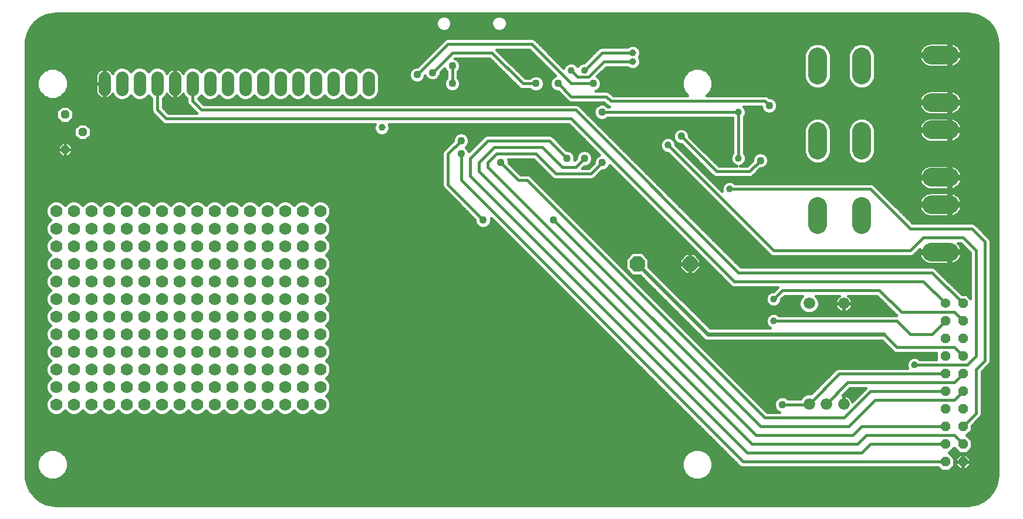
<source format=gbl>
G75*
G70*
%OFA0B0*%
%FSLAX24Y24*%
%IPPOS*%
%LPD*%
%AMOC8*
5,1,8,0,0,1.08239X$1,22.5*
%
%ADD10C,0.0700*%
%ADD11C,0.0660*%
%ADD12OC8,0.0480*%
%ADD13C,0.0540*%
%ADD14OC8,0.0540*%
%ADD15C,0.1050*%
%ADD16OC8,0.0850*%
%ADD17C,0.0160*%
%ADD18C,0.0436*%
%ADD19C,0.1181*%
%ADD20C,0.0397*%
%ADD21C,0.0240*%
%ADD22C,0.0700*%
D10*
X005178Y027566D02*
X005178Y028266D01*
X006178Y028266D02*
X006178Y027566D01*
X007178Y027566D02*
X007178Y028266D01*
X008178Y028266D02*
X008178Y027566D01*
X009178Y027566D02*
X009178Y028266D01*
X010178Y028266D02*
X010178Y027566D01*
X011178Y027566D02*
X011178Y028266D01*
X012178Y028266D02*
X012178Y027566D01*
X013178Y027566D02*
X013178Y028266D01*
X014178Y028266D02*
X014178Y027566D01*
X015178Y027566D02*
X015178Y028266D01*
X016178Y028266D02*
X016178Y027566D01*
X017178Y027566D02*
X017178Y028266D01*
X018178Y028266D02*
X018178Y027566D01*
X019178Y027566D02*
X019178Y028266D01*
X020178Y028266D02*
X020178Y027566D01*
D11*
X045196Y015419D03*
X047164Y015419D03*
X047164Y009710D03*
X046180Y009710D03*
X045196Y009710D03*
D12*
X003930Y025163D03*
X002930Y026153D03*
X002930Y024173D03*
D13*
X052930Y015413D03*
D14*
X053930Y015413D03*
X053930Y014413D03*
X052930Y014413D03*
X052930Y013413D03*
X053930Y013413D03*
X053930Y012413D03*
X052930Y012413D03*
X052930Y011413D03*
X053930Y011413D03*
X053930Y010413D03*
X052930Y010413D03*
X052930Y009413D03*
X053930Y009413D03*
X053930Y008413D03*
X052930Y008413D03*
X052930Y007413D03*
X053930Y007413D03*
X053930Y006413D03*
X052930Y006413D03*
D15*
X053180Y018333D02*
X052130Y018333D01*
X048180Y019888D02*
X048180Y020938D01*
X045680Y020938D02*
X045680Y019888D01*
X052130Y021033D02*
X053180Y021033D01*
X053180Y022583D02*
X052130Y022583D01*
X048180Y024138D02*
X048180Y025188D01*
X045680Y025188D02*
X045680Y024138D01*
X052130Y025283D02*
X053180Y025283D01*
X053180Y026833D02*
X052130Y026833D01*
X048180Y028388D02*
X048180Y029438D01*
X045680Y029438D02*
X045680Y028388D01*
X052130Y029533D02*
X053180Y029533D01*
D16*
X038430Y017663D03*
X035430Y017663D03*
D17*
X002237Y003954D02*
X001862Y004040D01*
X001515Y004207D01*
X001214Y004447D01*
X000974Y004748D01*
X000807Y005095D01*
X000721Y005470D01*
X000710Y005663D01*
X000710Y030163D01*
X000721Y030356D01*
X000807Y030731D01*
X000974Y031078D01*
X001214Y031379D01*
X001515Y031619D01*
X001862Y031786D01*
X002237Y031872D01*
X002430Y031883D01*
X054180Y031883D01*
X054373Y031872D01*
X054748Y031786D01*
X055095Y031619D01*
X055396Y031379D01*
X055636Y031078D01*
X055803Y030731D01*
X055889Y030356D01*
X055900Y030163D01*
X055900Y005719D01*
X055900Y005663D01*
X055889Y005470D01*
X055803Y005095D01*
X055636Y004748D01*
X055396Y004447D01*
X055095Y004207D01*
X054748Y004040D01*
X054373Y003954D01*
X054180Y003943D01*
X002430Y003943D01*
X002237Y003954D01*
X002123Y003980D02*
X054487Y003980D01*
X054954Y004138D02*
X001656Y004138D01*
X001402Y004297D02*
X055208Y004297D01*
X055403Y004455D02*
X001207Y004455D01*
X001080Y004614D02*
X055530Y004614D01*
X055648Y004772D02*
X000962Y004772D01*
X000885Y004931D02*
X055725Y004931D01*
X055801Y005089D02*
X000809Y005089D01*
X000772Y005248D02*
X055838Y005248D01*
X055875Y005406D02*
X039064Y005406D01*
X039018Y005387D02*
X039338Y005520D01*
X039583Y005765D01*
X039716Y006085D01*
X039716Y006431D01*
X039583Y006751D01*
X039338Y006996D01*
X039018Y007129D01*
X038672Y007129D01*
X038352Y006996D01*
X038107Y006751D01*
X037974Y006431D01*
X037974Y006085D01*
X038107Y005765D01*
X038352Y005520D01*
X038672Y005387D01*
X039018Y005387D01*
X038626Y005406D02*
X002449Y005406D01*
X002403Y005387D02*
X002723Y005520D01*
X002968Y005765D01*
X003101Y006085D01*
X003101Y006431D01*
X002968Y006751D01*
X002723Y006996D01*
X002403Y007129D01*
X002057Y007129D01*
X001737Y006996D01*
X001492Y006751D01*
X001359Y006431D01*
X001359Y006085D01*
X001492Y005765D01*
X001737Y005520D01*
X002057Y005387D01*
X002403Y005387D01*
X002011Y005406D02*
X000735Y005406D01*
X000716Y005565D02*
X001692Y005565D01*
X001533Y005723D02*
X000710Y005723D01*
X000710Y005882D02*
X001443Y005882D01*
X001378Y006040D02*
X000710Y006040D01*
X000710Y006199D02*
X001359Y006199D01*
X001359Y006357D02*
X000710Y006357D01*
X000710Y006516D02*
X001395Y006516D01*
X001460Y006674D02*
X000710Y006674D01*
X000710Y006833D02*
X001574Y006833D01*
X001732Y006991D02*
X000710Y006991D01*
X000710Y007150D02*
X040240Y007150D01*
X040082Y007308D02*
X000710Y007308D01*
X000710Y007467D02*
X039923Y007467D01*
X039765Y007625D02*
X000710Y007625D01*
X000710Y007784D02*
X039606Y007784D01*
X039448Y007942D02*
X000710Y007942D01*
X000710Y008101D02*
X039289Y008101D01*
X039131Y008259D02*
X000710Y008259D01*
X000710Y008418D02*
X038972Y008418D01*
X038814Y008576D02*
X000710Y008576D01*
X000710Y008735D02*
X038655Y008735D01*
X038497Y008894D02*
X000710Y008894D01*
X000710Y009052D02*
X038338Y009052D01*
X038180Y009211D02*
X017812Y009211D01*
X017764Y009163D02*
X017930Y009329D01*
X018020Y009546D01*
X018020Y009780D01*
X017930Y009997D01*
X017764Y010163D01*
X017930Y010329D01*
X018020Y010546D01*
X018020Y010780D01*
X017930Y010997D01*
X017764Y011163D01*
X017930Y011329D01*
X018020Y011546D01*
X018020Y011780D01*
X017930Y011997D01*
X017764Y012163D01*
X017930Y012329D01*
X018020Y012546D01*
X018020Y012780D01*
X017930Y012997D01*
X017764Y013163D01*
X017930Y013329D01*
X018020Y013546D01*
X018020Y013780D01*
X017930Y013997D01*
X017764Y014163D01*
X017930Y014329D01*
X018020Y014546D01*
X018020Y014780D01*
X017930Y014997D01*
X017764Y015163D01*
X017930Y015329D01*
X018020Y015546D01*
X018020Y015780D01*
X017930Y015997D01*
X017764Y016163D01*
X017930Y016329D01*
X018020Y016546D01*
X018020Y016780D01*
X017930Y016997D01*
X017764Y017163D01*
X017930Y017329D01*
X018020Y017546D01*
X018020Y017780D01*
X017930Y017997D01*
X017764Y018163D01*
X017930Y018329D01*
X018020Y018546D01*
X018020Y018780D01*
X017930Y018997D01*
X017764Y019163D01*
X017930Y019329D01*
X018020Y019546D01*
X018020Y019780D01*
X017930Y019997D01*
X017764Y020163D01*
X017930Y020329D01*
X018020Y020546D01*
X018020Y020780D01*
X017930Y020997D01*
X017764Y021163D01*
X017547Y021253D01*
X017313Y021253D01*
X017096Y021163D01*
X016930Y020997D01*
X016764Y021163D01*
X016547Y021253D01*
X016313Y021253D01*
X016096Y021163D01*
X015930Y020997D01*
X015764Y021163D01*
X015547Y021253D01*
X015313Y021253D01*
X015096Y021163D01*
X014930Y020997D01*
X014764Y021163D01*
X014547Y021253D01*
X014313Y021253D01*
X014096Y021163D01*
X013930Y020997D01*
X013764Y021163D01*
X013547Y021253D01*
X013313Y021253D01*
X013096Y021163D01*
X012930Y020997D01*
X012764Y021163D01*
X012547Y021253D01*
X012313Y021253D01*
X012096Y021163D01*
X011930Y020997D01*
X011764Y021163D01*
X011547Y021253D01*
X011313Y021253D01*
X011096Y021163D01*
X010930Y020997D01*
X010764Y021163D01*
X010547Y021253D01*
X010313Y021253D01*
X010096Y021163D01*
X009930Y020997D01*
X009764Y021163D01*
X009547Y021253D01*
X009313Y021253D01*
X009096Y021163D01*
X008930Y020997D01*
X008764Y021163D01*
X008547Y021253D01*
X008313Y021253D01*
X008096Y021163D01*
X007930Y020997D01*
X007764Y021163D01*
X007547Y021253D01*
X007313Y021253D01*
X007096Y021163D01*
X006930Y020997D01*
X006764Y021163D01*
X006547Y021253D01*
X006313Y021253D01*
X006096Y021163D01*
X005930Y020997D01*
X005764Y021163D01*
X005547Y021253D01*
X005313Y021253D01*
X005096Y021163D01*
X004930Y020997D01*
X004764Y021163D01*
X004547Y021253D01*
X004313Y021253D01*
X004096Y021163D01*
X003930Y020997D01*
X003764Y021163D01*
X003547Y021253D01*
X003313Y021253D01*
X003096Y021163D01*
X002930Y020997D01*
X002764Y021163D01*
X002547Y021253D01*
X002313Y021253D01*
X002096Y021163D01*
X001930Y020997D01*
X001840Y020780D01*
X001840Y020546D01*
X001930Y020329D01*
X002096Y020163D01*
X001930Y019997D01*
X001840Y019780D01*
X001840Y019546D01*
X001930Y019329D01*
X002096Y019163D01*
X001930Y018997D01*
X001840Y018780D01*
X001840Y018546D01*
X001930Y018329D01*
X002096Y018163D01*
X001930Y017997D01*
X001840Y017780D01*
X001840Y017546D01*
X001930Y017329D01*
X002096Y017163D01*
X001930Y016997D01*
X001840Y016780D01*
X001840Y016546D01*
X001930Y016329D01*
X002096Y016163D01*
X001930Y015997D01*
X001840Y015780D01*
X001840Y015546D01*
X001930Y015329D01*
X002096Y015163D01*
X001930Y014997D01*
X001840Y014780D01*
X001840Y014546D01*
X001930Y014329D01*
X002096Y014163D01*
X001930Y013997D01*
X001840Y013780D01*
X001840Y013546D01*
X001930Y013329D01*
X002096Y013163D01*
X001930Y012997D01*
X001840Y012780D01*
X001840Y012546D01*
X001930Y012329D01*
X002096Y012163D01*
X001930Y011997D01*
X001840Y011780D01*
X001840Y011546D01*
X001930Y011329D01*
X002096Y011163D01*
X001930Y010997D01*
X001840Y010780D01*
X001840Y010546D01*
X001930Y010329D01*
X002096Y010163D01*
X001930Y009997D01*
X001840Y009780D01*
X001840Y009546D01*
X001930Y009329D01*
X002096Y009163D01*
X002313Y009073D01*
X002547Y009073D01*
X002764Y009163D01*
X002930Y009329D01*
X003096Y009163D01*
X003313Y009073D01*
X003547Y009073D01*
X003764Y009163D01*
X003930Y009329D01*
X004096Y009163D01*
X004313Y009073D01*
X004547Y009073D01*
X004764Y009163D01*
X004930Y009329D01*
X005096Y009163D01*
X005313Y009073D01*
X005547Y009073D01*
X005764Y009163D01*
X005930Y009329D01*
X006096Y009163D01*
X006313Y009073D01*
X006547Y009073D01*
X006764Y009163D01*
X006930Y009329D01*
X007096Y009163D01*
X007313Y009073D01*
X007547Y009073D01*
X007764Y009163D01*
X007930Y009329D01*
X008096Y009163D01*
X008313Y009073D01*
X008547Y009073D01*
X008764Y009163D01*
X008930Y009329D01*
X009096Y009163D01*
X009313Y009073D01*
X009547Y009073D01*
X009764Y009163D01*
X009930Y009329D01*
X010096Y009163D01*
X010313Y009073D01*
X010547Y009073D01*
X010764Y009163D01*
X010930Y009329D01*
X011096Y009163D01*
X011313Y009073D01*
X011547Y009073D01*
X011764Y009163D01*
X011930Y009329D01*
X012096Y009163D01*
X012313Y009073D01*
X012547Y009073D01*
X012764Y009163D01*
X012930Y009329D01*
X013096Y009163D01*
X013313Y009073D01*
X013547Y009073D01*
X013764Y009163D01*
X013930Y009329D01*
X014096Y009163D01*
X014313Y009073D01*
X014547Y009073D01*
X014764Y009163D01*
X014930Y009329D01*
X015096Y009163D01*
X015313Y009073D01*
X015547Y009073D01*
X015764Y009163D01*
X015930Y009329D01*
X016096Y009163D01*
X016313Y009073D01*
X016547Y009073D01*
X016764Y009163D01*
X016930Y009329D01*
X017096Y009163D01*
X017313Y009073D01*
X017547Y009073D01*
X017764Y009163D01*
X017947Y009369D02*
X038021Y009369D01*
X037863Y009528D02*
X018012Y009528D01*
X018020Y009686D02*
X037704Y009686D01*
X037546Y009845D02*
X017993Y009845D01*
X017924Y010003D02*
X037387Y010003D01*
X037229Y010162D02*
X017766Y010162D01*
X017921Y010320D02*
X037070Y010320D01*
X036912Y010479D02*
X017992Y010479D01*
X018020Y010637D02*
X036753Y010637D01*
X036595Y010796D02*
X018014Y010796D01*
X017948Y010954D02*
X036436Y010954D01*
X036278Y011113D02*
X017815Y011113D01*
X017872Y011271D02*
X036119Y011271D01*
X035961Y011430D02*
X017972Y011430D01*
X018020Y011588D02*
X035802Y011588D01*
X035644Y011747D02*
X018020Y011747D01*
X017968Y011905D02*
X035485Y011905D01*
X035327Y012064D02*
X017864Y012064D01*
X017823Y012222D02*
X035168Y012222D01*
X035010Y012381D02*
X017952Y012381D01*
X018017Y012539D02*
X034851Y012539D01*
X034693Y012698D02*
X018020Y012698D01*
X017989Y012856D02*
X034534Y012856D01*
X034376Y013015D02*
X017913Y013015D01*
X017774Y013173D02*
X034217Y013173D01*
X034059Y013332D02*
X017931Y013332D01*
X017997Y013490D02*
X033900Y013490D01*
X033742Y013649D02*
X018020Y013649D01*
X018009Y013807D02*
X033583Y013807D01*
X033425Y013966D02*
X017943Y013966D01*
X017803Y014124D02*
X033266Y014124D01*
X033108Y014283D02*
X017884Y014283D01*
X017977Y014441D02*
X032949Y014441D01*
X032791Y014600D02*
X018020Y014600D01*
X018020Y014758D02*
X032632Y014758D01*
X032474Y014917D02*
X017964Y014917D01*
X017852Y015075D02*
X032315Y015075D01*
X032157Y015234D02*
X017835Y015234D01*
X017956Y015392D02*
X031998Y015392D01*
X031840Y015551D02*
X018020Y015551D01*
X018020Y015709D02*
X031681Y015709D01*
X031523Y015868D02*
X017984Y015868D01*
X017901Y016026D02*
X031364Y016026D01*
X031206Y016185D02*
X017786Y016185D01*
X017936Y016343D02*
X031047Y016343D01*
X030889Y016502D02*
X018002Y016502D01*
X018020Y016660D02*
X030730Y016660D01*
X030572Y016819D02*
X018004Y016819D01*
X017939Y016977D02*
X030413Y016977D01*
X030255Y017136D02*
X017792Y017136D01*
X017895Y017294D02*
X030096Y017294D01*
X029938Y017453D02*
X017981Y017453D01*
X018020Y017611D02*
X029779Y017611D01*
X029621Y017770D02*
X018020Y017770D01*
X017959Y017928D02*
X029462Y017928D01*
X029304Y018087D02*
X017841Y018087D01*
X017846Y018245D02*
X029145Y018245D01*
X028987Y018404D02*
X017961Y018404D01*
X018020Y018562D02*
X028828Y018562D01*
X028670Y018721D02*
X018020Y018721D01*
X017979Y018879D02*
X028511Y018879D01*
X028353Y019038D02*
X017890Y019038D01*
X017797Y019196D02*
X028194Y019196D01*
X028036Y019355D02*
X017941Y019355D01*
X018006Y019513D02*
X027877Y019513D01*
X027719Y019672D02*
X018020Y019672D01*
X017999Y019830D02*
X026365Y019830D01*
X026421Y019775D02*
X026589Y019705D01*
X026771Y019705D01*
X026939Y019775D01*
X027068Y019903D01*
X027138Y020072D01*
X027138Y020252D01*
X041249Y006142D01*
X041366Y006093D01*
X052529Y006093D01*
X052719Y005903D01*
X053141Y005903D01*
X053440Y006202D01*
X053440Y006624D01*
X053151Y006913D01*
X053430Y007192D01*
X053719Y006903D01*
X054141Y006903D01*
X054440Y007202D01*
X054440Y007624D01*
X054151Y007913D01*
X054440Y008202D01*
X054440Y008470D01*
X054861Y008892D01*
X054951Y008982D01*
X055000Y009099D01*
X055000Y011530D01*
X055361Y011892D01*
X055451Y011982D01*
X055500Y012099D01*
X055500Y018977D01*
X055451Y019094D01*
X054701Y019844D01*
X054611Y019934D01*
X054494Y019983D01*
X051063Y019983D01*
X048951Y022094D01*
X048861Y022184D01*
X048744Y022233D01*
X040980Y022233D01*
X040928Y022285D01*
X040767Y022351D01*
X040593Y022351D01*
X040432Y022285D01*
X040308Y022161D01*
X040242Y022000D01*
X040242Y021826D01*
X040257Y021789D01*
X037618Y024427D01*
X037618Y024500D01*
X037564Y024631D01*
X037671Y024525D01*
X037839Y024455D01*
X037936Y024455D01*
X039749Y022642D01*
X039866Y022593D01*
X041869Y022593D01*
X041986Y022642D01*
X042076Y022732D01*
X042424Y023080D01*
X042521Y023080D01*
X042689Y023150D01*
X042818Y023278D01*
X042888Y023447D01*
X042888Y023629D01*
X042818Y023797D01*
X042689Y023926D01*
X042521Y023996D01*
X042339Y023996D01*
X042171Y023926D01*
X042042Y023797D01*
X041972Y023629D01*
X041972Y023532D01*
X041672Y023233D01*
X041288Y023233D01*
X041428Y023291D01*
X041552Y023415D01*
X041618Y023576D01*
X041618Y023750D01*
X041552Y023911D01*
X041500Y023963D01*
X041500Y025988D01*
X041552Y026040D01*
X041618Y026201D01*
X041618Y026375D01*
X041552Y026536D01*
X041495Y026593D01*
X042472Y026593D01*
X042472Y026572D01*
X042542Y026403D01*
X042671Y026275D01*
X042839Y026205D01*
X043021Y026205D01*
X043189Y026275D01*
X043318Y026403D01*
X043388Y026572D01*
X043388Y026754D01*
X043318Y026922D01*
X043189Y027051D01*
X043021Y027121D01*
X042924Y027121D01*
X042861Y027184D01*
X042744Y027233D01*
X039391Y027233D01*
X039578Y027420D01*
X039711Y027740D01*
X039711Y028086D01*
X039578Y028406D01*
X039333Y028651D01*
X039013Y028784D01*
X038667Y028784D01*
X038347Y028651D01*
X038102Y028406D01*
X037969Y028086D01*
X037969Y027740D01*
X038102Y027420D01*
X038289Y027233D01*
X034063Y027233D01*
X033951Y027344D01*
X033861Y027434D01*
X033744Y027483D01*
X033089Y027483D01*
X033189Y027525D01*
X033318Y027653D01*
X033388Y027822D01*
X033388Y028004D01*
X033318Y028172D01*
X033189Y028301D01*
X033159Y028314D01*
X033688Y028843D01*
X034880Y028843D01*
X034932Y028791D01*
X035093Y028725D01*
X035267Y028725D01*
X035428Y028791D01*
X035552Y028915D01*
X035618Y029076D01*
X035618Y029250D01*
X035552Y029411D01*
X035550Y029413D01*
X035552Y029415D01*
X035618Y029576D01*
X035618Y029750D01*
X035552Y029911D01*
X035428Y030035D01*
X035267Y030101D01*
X035093Y030101D01*
X034932Y030035D01*
X034880Y029983D01*
X033366Y029983D01*
X033249Y029934D01*
X033159Y029844D01*
X032416Y029101D01*
X032343Y029101D01*
X032182Y029035D01*
X032058Y028911D01*
X032055Y028903D01*
X032052Y028911D01*
X031928Y029035D01*
X031767Y029101D01*
X031593Y029101D01*
X031432Y029035D01*
X031308Y028911D01*
X031257Y028788D01*
X029701Y030344D01*
X029611Y030434D01*
X029494Y030483D01*
X024616Y030483D01*
X024499Y030434D01*
X022936Y028871D01*
X022839Y028871D01*
X022671Y028801D01*
X022542Y028672D01*
X022472Y028504D01*
X022472Y028322D01*
X022542Y028153D01*
X022671Y028025D01*
X022839Y027955D01*
X023021Y027955D01*
X023189Y028025D01*
X023318Y028153D01*
X023388Y028322D01*
X023388Y028347D01*
X023417Y028278D01*
X023546Y028150D01*
X023714Y028080D01*
X023896Y028080D01*
X024064Y028150D01*
X024193Y028278D01*
X024263Y028447D01*
X024263Y028544D01*
X024492Y028773D01*
X024542Y028653D01*
X024610Y028585D01*
X024610Y028241D01*
X024542Y028172D01*
X024472Y028004D01*
X024472Y027822D01*
X024542Y027653D01*
X024671Y027525D01*
X024839Y027455D01*
X025021Y027455D01*
X025189Y027525D01*
X025318Y027653D01*
X025388Y027822D01*
X025388Y028004D01*
X025318Y028172D01*
X025250Y028241D01*
X025250Y028585D01*
X025318Y028653D01*
X025388Y028822D01*
X025388Y029004D01*
X025318Y029172D01*
X025189Y029301D01*
X025089Y029343D01*
X027047Y029343D01*
X028749Y027642D01*
X028866Y027593D01*
X029352Y027593D01*
X029421Y027525D01*
X029589Y027455D01*
X029771Y027455D01*
X029939Y027525D01*
X030068Y027653D01*
X030138Y027822D01*
X030138Y028004D01*
X030068Y028172D01*
X029939Y028301D01*
X029771Y028371D01*
X029589Y028371D01*
X029421Y028301D01*
X029352Y028233D01*
X029063Y028233D01*
X027453Y029843D01*
X029297Y029843D01*
X030790Y028351D01*
X030671Y028301D01*
X030542Y028172D01*
X030472Y028004D01*
X030472Y027822D01*
X030542Y027653D01*
X030671Y027525D01*
X030839Y027455D01*
X030936Y027455D01*
X031499Y026892D01*
X031616Y026843D01*
X033547Y026843D01*
X033749Y026642D01*
X033830Y026608D01*
X033758Y026608D01*
X033689Y026676D01*
X033521Y026746D01*
X033339Y026746D01*
X033171Y026676D01*
X033042Y026547D01*
X032972Y026379D01*
X032972Y026197D01*
X033042Y026028D01*
X033171Y025900D01*
X033339Y025830D01*
X033521Y025830D01*
X033689Y025900D01*
X033758Y025968D01*
X040860Y025968D01*
X040860Y023963D01*
X040808Y023911D01*
X040742Y023750D01*
X040742Y023576D01*
X040808Y023415D01*
X040932Y023291D01*
X041072Y023233D01*
X040063Y023233D01*
X038388Y024907D01*
X038388Y025004D01*
X038318Y025172D01*
X038189Y025301D01*
X038021Y025371D01*
X037839Y025371D01*
X037671Y025301D01*
X037542Y025172D01*
X037472Y025004D01*
X037472Y024822D01*
X037529Y024684D01*
X037428Y024785D01*
X037267Y024851D01*
X037093Y024851D01*
X036932Y024785D01*
X036808Y024661D01*
X036742Y024500D01*
X036742Y024326D01*
X036808Y024165D01*
X036932Y024041D01*
X037093Y023975D01*
X037166Y023975D01*
X042999Y018142D01*
X043116Y018093D01*
X050994Y018093D01*
X051111Y018142D01*
X051464Y018495D01*
X051457Y018467D01*
X051450Y018413D01*
X053100Y018413D01*
X053100Y018253D01*
X051450Y018253D01*
X051457Y018199D01*
X051480Y018112D01*
X051514Y018029D01*
X051559Y017952D01*
X051614Y017880D01*
X051677Y017817D01*
X051749Y017762D01*
X051826Y017717D01*
X051909Y017683D01*
X051996Y017660D01*
X052085Y017648D01*
X053100Y017648D01*
X053100Y018253D01*
X053260Y018253D01*
X053260Y018413D01*
X053860Y018413D01*
X053853Y018467D01*
X053830Y018554D01*
X053796Y018637D01*
X053751Y018714D01*
X053696Y018786D01*
X053639Y018843D01*
X053797Y018843D01*
X054360Y018280D01*
X054360Y015704D01*
X054141Y015923D01*
X053873Y015923D01*
X052361Y017434D01*
X052244Y017483D01*
X041313Y017483D01*
X032111Y026684D01*
X031994Y026733D01*
X010813Y026733D01*
X010498Y027047D01*
X010498Y027060D01*
X010512Y027066D01*
X010678Y027231D01*
X010844Y027066D01*
X011061Y026976D01*
X011295Y026976D01*
X011512Y027066D01*
X011678Y027231D01*
X011844Y027066D01*
X012061Y026976D01*
X012295Y026976D01*
X012512Y027066D01*
X012678Y027231D01*
X012844Y027066D01*
X013061Y026976D01*
X013295Y026976D01*
X013512Y027066D01*
X013678Y027231D01*
X013844Y027066D01*
X014061Y026976D01*
X014295Y026976D01*
X014512Y027066D01*
X014678Y027231D01*
X014844Y027066D01*
X015061Y026976D01*
X015295Y026976D01*
X015512Y027066D01*
X015678Y027231D01*
X015844Y027066D01*
X016061Y026976D01*
X016295Y026976D01*
X016512Y027066D01*
X016678Y027231D01*
X016844Y027066D01*
X017061Y026976D01*
X017295Y026976D01*
X017512Y027066D01*
X017678Y027231D01*
X017844Y027066D01*
X018061Y026976D01*
X018295Y026976D01*
X018512Y027066D01*
X018678Y027231D01*
X018844Y027066D01*
X019061Y026976D01*
X019295Y026976D01*
X019512Y027066D01*
X019678Y027231D01*
X019844Y027066D01*
X020061Y026976D01*
X020295Y026976D01*
X020512Y027066D01*
X020678Y027232D01*
X020768Y027448D01*
X020768Y028383D01*
X020678Y028600D01*
X020512Y028766D01*
X020295Y028856D01*
X020061Y028856D01*
X019844Y028766D01*
X019678Y028600D01*
X019512Y028766D01*
X019295Y028856D01*
X019061Y028856D01*
X018844Y028766D01*
X018678Y028600D01*
X018512Y028766D01*
X018295Y028856D01*
X018061Y028856D01*
X017844Y028766D01*
X017678Y028600D01*
X017512Y028766D01*
X017295Y028856D01*
X017061Y028856D01*
X016844Y028766D01*
X016678Y028600D01*
X016512Y028766D01*
X016295Y028856D01*
X016061Y028856D01*
X015844Y028766D01*
X015678Y028600D01*
X015512Y028766D01*
X015295Y028856D01*
X015061Y028856D01*
X014844Y028766D01*
X014678Y028600D01*
X014512Y028766D01*
X014295Y028856D01*
X014061Y028856D01*
X013844Y028766D01*
X013678Y028600D01*
X013512Y028766D01*
X013295Y028856D01*
X013061Y028856D01*
X012844Y028766D01*
X012678Y028600D01*
X012512Y028766D01*
X012295Y028856D01*
X012061Y028856D01*
X011844Y028766D01*
X011678Y028600D01*
X011512Y028766D01*
X011295Y028856D01*
X011061Y028856D01*
X010844Y028766D01*
X010678Y028600D01*
X010512Y028766D01*
X010295Y028856D01*
X010061Y028856D01*
X009844Y028766D01*
X009678Y028600D01*
X009634Y028494D01*
X009614Y028533D01*
X009567Y028598D01*
X009510Y028655D01*
X009445Y028702D01*
X009374Y028738D01*
X009297Y028763D01*
X009218Y028776D01*
X009198Y028776D01*
X009198Y027936D01*
X009158Y027936D01*
X009158Y028776D01*
X009138Y028776D01*
X009059Y028763D01*
X008982Y028738D01*
X008911Y028702D01*
X008846Y028655D01*
X008789Y028598D01*
X008742Y028533D01*
X008722Y028494D01*
X008678Y028600D01*
X008512Y028766D01*
X008295Y028856D01*
X008061Y028856D01*
X007844Y028766D01*
X007678Y028600D01*
X007512Y028766D01*
X007295Y028856D01*
X007061Y028856D01*
X006844Y028766D01*
X006678Y028600D01*
X006512Y028766D01*
X006295Y028856D01*
X006061Y028856D01*
X005844Y028766D01*
X005678Y028600D01*
X005634Y028494D01*
X005614Y028533D01*
X005567Y028598D01*
X005510Y028655D01*
X005445Y028702D01*
X005374Y028738D01*
X005297Y028763D01*
X005218Y028776D01*
X005198Y028776D01*
X005198Y027936D01*
X005158Y027936D01*
X005158Y028776D01*
X005138Y028776D01*
X005059Y028763D01*
X004982Y028738D01*
X004911Y028702D01*
X004846Y028655D01*
X004789Y028598D01*
X004742Y028533D01*
X004705Y028462D01*
X004681Y028385D01*
X004668Y028306D01*
X004668Y027936D01*
X005158Y027936D01*
X005158Y027896D01*
X004668Y027896D01*
X004668Y027526D01*
X004681Y027446D01*
X004705Y027370D01*
X004742Y027298D01*
X004789Y027234D01*
X004846Y027177D01*
X004911Y027130D01*
X004982Y027093D01*
X005059Y027068D01*
X005138Y027056D01*
X005158Y027056D01*
X005158Y027896D01*
X005198Y027896D01*
X005198Y027056D01*
X005218Y027056D01*
X005297Y027068D01*
X005374Y027093D01*
X005445Y027130D01*
X005510Y027177D01*
X005567Y027234D01*
X005614Y027298D01*
X005634Y027337D01*
X005678Y027232D01*
X005844Y027066D01*
X006061Y026976D01*
X006295Y026976D01*
X006512Y027066D01*
X006678Y027231D01*
X006844Y027066D01*
X007061Y026976D01*
X007295Y026976D01*
X007512Y027066D01*
X007678Y027231D01*
X007844Y027066D01*
X007858Y027060D01*
X007858Y026351D01*
X007907Y026234D01*
X008409Y025732D01*
X008499Y025642D01*
X008616Y025593D01*
X020530Y025593D01*
X020492Y025500D01*
X020492Y025326D01*
X020558Y025165D01*
X020682Y025041D01*
X020843Y024975D01*
X021017Y024975D01*
X021178Y025041D01*
X021302Y025165D01*
X021368Y025326D01*
X021368Y025500D01*
X021330Y025593D01*
X031547Y025593D01*
X033290Y023851D01*
X033171Y023801D01*
X033042Y023672D01*
X032972Y023504D01*
X032972Y023407D01*
X032672Y023108D01*
X032328Y023108D01*
X032424Y023205D01*
X032521Y023205D01*
X032689Y023275D01*
X032818Y023403D01*
X032888Y023572D01*
X032888Y023754D01*
X032818Y023922D01*
X032689Y024051D01*
X032521Y024121D01*
X032339Y024121D01*
X032171Y024051D01*
X032042Y023922D01*
X031972Y023754D01*
X031972Y023657D01*
X031888Y023574D01*
X031888Y023754D01*
X031818Y023922D01*
X031689Y024051D01*
X031521Y024121D01*
X031424Y024121D01*
X030701Y024844D01*
X030611Y024934D01*
X030494Y024983D01*
X026866Y024983D01*
X026749Y024934D01*
X025868Y024053D01*
X025818Y024172D01*
X025703Y024288D01*
X025818Y024403D01*
X025888Y024572D01*
X025888Y024754D01*
X025818Y024922D01*
X025689Y025051D01*
X025521Y025121D01*
X025339Y025121D01*
X025171Y025051D01*
X025042Y024922D01*
X024972Y024754D01*
X024972Y024657D01*
X024499Y024184D01*
X024409Y024094D01*
X024360Y023977D01*
X024360Y022099D01*
X024409Y021982D01*
X026222Y020169D01*
X026222Y020072D01*
X026292Y019903D01*
X026421Y019775D01*
X026256Y019989D02*
X017934Y019989D01*
X017780Y020147D02*
X026222Y020147D01*
X026085Y020306D02*
X017907Y020306D01*
X017986Y020464D02*
X025926Y020464D01*
X025768Y020623D02*
X018020Y020623D01*
X018020Y020781D02*
X025609Y020781D01*
X025451Y020940D02*
X017954Y020940D01*
X017829Y021098D02*
X025292Y021098D01*
X025134Y021257D02*
X000710Y021257D01*
X000710Y021415D02*
X024975Y021415D01*
X024817Y021574D02*
X000710Y021574D01*
X000710Y021732D02*
X024658Y021732D01*
X024500Y021891D02*
X000710Y021891D01*
X000710Y022049D02*
X024381Y022049D01*
X024360Y022208D02*
X000710Y022208D01*
X000710Y022366D02*
X024360Y022366D01*
X024360Y022525D02*
X000710Y022525D01*
X000710Y022683D02*
X024360Y022683D01*
X024360Y022842D02*
X000710Y022842D01*
X000710Y023000D02*
X024360Y023000D01*
X024360Y023159D02*
X000710Y023159D01*
X000710Y023317D02*
X024360Y023317D01*
X024360Y023476D02*
X000710Y023476D01*
X000710Y023634D02*
X024360Y023634D01*
X024360Y023793D02*
X003115Y023793D01*
X003096Y023773D02*
X003330Y024007D01*
X003330Y024173D01*
X003330Y024339D01*
X003096Y024573D01*
X002930Y024573D01*
X002930Y024173D01*
X002930Y024173D01*
X002930Y024573D01*
X002764Y024573D01*
X002530Y024339D01*
X002530Y024173D01*
X002930Y024173D01*
X003330Y024173D01*
X002930Y024173D01*
X002930Y024173D01*
X002930Y024173D01*
X002530Y024173D01*
X002530Y024007D01*
X002764Y023773D01*
X002930Y023773D01*
X003096Y023773D01*
X002930Y023773D02*
X002930Y024173D01*
X002930Y024173D01*
X002930Y023773D01*
X002930Y023793D02*
X002930Y023793D01*
X002930Y023951D02*
X002930Y023951D01*
X002930Y024110D02*
X002930Y024110D01*
X002930Y024268D02*
X002930Y024268D01*
X002930Y024427D02*
X002930Y024427D01*
X003242Y024427D02*
X024741Y024427D01*
X024899Y024585D02*
X000710Y024585D01*
X000710Y024427D02*
X002618Y024427D01*
X002530Y024268D02*
X000710Y024268D01*
X000710Y024110D02*
X002530Y024110D01*
X002586Y023951D02*
X000710Y023951D01*
X000710Y023793D02*
X002745Y023793D01*
X003274Y023951D02*
X024360Y023951D01*
X024424Y024110D02*
X003330Y024110D01*
X003330Y024268D02*
X024582Y024268D01*
X024680Y023913D02*
X024680Y022163D01*
X026680Y020163D01*
X027104Y019989D02*
X027402Y019989D01*
X027243Y020147D02*
X027138Y020147D01*
X026995Y019830D02*
X027560Y019830D01*
X030680Y020163D02*
X042430Y008413D01*
X047430Y008413D01*
X048930Y009913D01*
X053430Y009913D01*
X053930Y010413D01*
X053430Y010913D02*
X047383Y010913D01*
X046180Y009710D01*
X047146Y009729D02*
X047146Y010200D01*
X047126Y010200D01*
X047122Y010200D01*
X047515Y010593D01*
X048407Y010593D01*
X047642Y009827D01*
X047618Y009898D01*
X047583Y009967D01*
X047538Y010029D01*
X047483Y010084D01*
X047421Y010129D01*
X047352Y010164D01*
X047279Y010188D01*
X047203Y010200D01*
X047183Y010200D01*
X047183Y009729D01*
X047146Y009729D01*
X047146Y009845D02*
X047183Y009845D01*
X047183Y010003D02*
X047146Y010003D01*
X047146Y010162D02*
X047183Y010162D01*
X047242Y010320D02*
X048134Y010320D01*
X047976Y010162D02*
X047358Y010162D01*
X047557Y010003D02*
X047817Y010003D01*
X047659Y009845D02*
X047636Y009845D01*
X047401Y010479D02*
X048293Y010479D01*
X048680Y010413D02*
X047180Y008913D01*
X042680Y008913D01*
X029180Y022413D01*
X028680Y022413D01*
X027680Y023413D01*
X028101Y023593D02*
X029547Y023593D01*
X030624Y022517D01*
X030741Y022468D01*
X032869Y022468D01*
X032986Y022517D01*
X033076Y022607D01*
X033424Y022955D01*
X033521Y022955D01*
X033689Y023025D01*
X033818Y023153D01*
X033868Y023273D01*
X040749Y016392D01*
X040866Y016343D01*
X037259Y016343D01*
X037101Y016502D02*
X040639Y016502D01*
X040480Y016660D02*
X036942Y016660D01*
X036784Y016819D02*
X040322Y016819D01*
X040163Y016977D02*
X036625Y016977D01*
X036467Y017136D02*
X038130Y017136D01*
X038188Y017078D02*
X037845Y017421D01*
X037845Y017643D01*
X038410Y017643D01*
X038410Y017683D01*
X038410Y018248D01*
X038188Y018248D01*
X037845Y017905D01*
X037845Y017683D01*
X038410Y017683D01*
X038450Y017683D01*
X038450Y018248D01*
X038672Y018248D01*
X039015Y017905D01*
X039015Y017683D01*
X038450Y017683D01*
X038450Y017643D01*
X039015Y017643D01*
X039015Y017421D01*
X038672Y017078D01*
X038450Y017078D01*
X038450Y017643D01*
X038410Y017643D01*
X038410Y017078D01*
X038188Y017078D01*
X038410Y017136D02*
X038450Y017136D01*
X038450Y017294D02*
X038410Y017294D01*
X038410Y017453D02*
X038450Y017453D01*
X038450Y017611D02*
X038410Y017611D01*
X038410Y017770D02*
X038450Y017770D01*
X038450Y017928D02*
X038410Y017928D01*
X038410Y018087D02*
X038450Y018087D01*
X038450Y018245D02*
X038410Y018245D01*
X038185Y018245D02*
X035788Y018245D01*
X035705Y018328D02*
X036095Y017938D01*
X036095Y017507D01*
X039579Y014023D01*
X042976Y014023D01*
X042932Y014041D01*
X042808Y014165D01*
X042742Y014326D01*
X042742Y014500D01*
X042808Y014661D01*
X042932Y014785D01*
X043093Y014851D01*
X043267Y014851D01*
X043428Y014785D01*
X043480Y014733D01*
X050157Y014733D01*
X049047Y015843D01*
X047411Y015843D01*
X047421Y015838D01*
X047483Y015793D01*
X047538Y015738D01*
X047583Y015676D01*
X047618Y015607D01*
X047642Y015534D01*
X047654Y015457D01*
X047654Y015437D01*
X047183Y015437D01*
X047183Y015400D01*
X047654Y015400D01*
X047654Y015380D01*
X047642Y015304D01*
X047618Y015231D01*
X047583Y015162D01*
X047538Y015100D01*
X047483Y015045D01*
X047421Y015000D01*
X047352Y014965D01*
X047279Y014941D01*
X047203Y014929D01*
X047183Y014929D01*
X047183Y015400D01*
X047146Y015400D01*
X047146Y014929D01*
X047126Y014929D01*
X047050Y014941D01*
X046976Y014965D01*
X046907Y015000D01*
X046845Y015045D01*
X046791Y015100D01*
X046745Y015162D01*
X046710Y015231D01*
X046686Y015304D01*
X046674Y015380D01*
X046674Y015400D01*
X047146Y015400D01*
X047146Y015437D01*
X046674Y015437D01*
X046674Y015457D01*
X046686Y015534D01*
X046710Y015607D01*
X046745Y015676D01*
X046791Y015738D01*
X046845Y015793D01*
X046907Y015838D01*
X046917Y015843D01*
X045578Y015843D01*
X045679Y015742D01*
X045766Y015532D01*
X045766Y015306D01*
X045679Y015096D01*
X045519Y014936D01*
X045309Y014849D01*
X045082Y014849D01*
X044873Y014936D01*
X044713Y015096D01*
X044626Y015306D01*
X044626Y015532D01*
X044713Y015742D01*
X044814Y015843D01*
X043813Y015843D01*
X043618Y015649D01*
X043618Y015576D01*
X043552Y015415D01*
X043428Y015291D01*
X043267Y015225D01*
X043093Y015225D01*
X042932Y015291D01*
X042808Y015415D01*
X042742Y015576D01*
X042742Y015750D01*
X042808Y015911D01*
X042932Y016035D01*
X043093Y016101D01*
X043166Y016101D01*
X043407Y016343D01*
X040994Y016343D01*
X040866Y016343D01*
X040930Y016663D02*
X031680Y025913D01*
X008680Y025913D01*
X008178Y026415D01*
X008178Y027916D01*
X008722Y027337D02*
X008742Y027298D01*
X008789Y027234D01*
X008846Y027177D01*
X008911Y027130D01*
X008982Y027093D01*
X009059Y027068D01*
X009138Y027056D01*
X009158Y027056D01*
X009158Y027896D01*
X009198Y027896D01*
X009198Y027056D01*
X009218Y027056D01*
X009297Y027068D01*
X009374Y027093D01*
X009445Y027130D01*
X009510Y027177D01*
X009567Y027234D01*
X009614Y027298D01*
X009634Y027337D01*
X009678Y027232D01*
X009844Y027066D01*
X009858Y027060D01*
X009858Y026851D01*
X009907Y026734D01*
X010407Y026233D01*
X008813Y026233D01*
X008498Y026547D01*
X008498Y027060D01*
X008512Y027066D01*
X008678Y027232D01*
X008722Y027337D01*
X008698Y027280D02*
X008756Y027280D01*
X008928Y027121D02*
X008568Y027121D01*
X008498Y026963D02*
X009858Y026963D01*
X009878Y026804D02*
X008498Y026804D01*
X008498Y026646D02*
X009995Y026646D01*
X010153Y026487D02*
X008559Y026487D01*
X008717Y026329D02*
X010312Y026329D01*
X010680Y026413D02*
X031930Y026413D01*
X041180Y017163D01*
X052180Y017163D01*
X053930Y015413D01*
X054355Y015709D02*
X054360Y015709D01*
X054360Y015868D02*
X054197Y015868D01*
X054360Y016026D02*
X053770Y016026D01*
X053611Y016185D02*
X054360Y016185D01*
X054360Y016343D02*
X053453Y016343D01*
X053294Y016502D02*
X054360Y016502D01*
X054360Y016660D02*
X053136Y016660D01*
X052977Y016819D02*
X054360Y016819D01*
X054360Y016977D02*
X052819Y016977D01*
X052660Y017136D02*
X054360Y017136D01*
X054360Y017294D02*
X052502Y017294D01*
X052317Y017453D02*
X054360Y017453D01*
X054360Y017611D02*
X041185Y017611D01*
X041026Y017770D02*
X051739Y017770D01*
X051577Y017928D02*
X040868Y017928D01*
X040709Y018087D02*
X051491Y018087D01*
X051451Y018245D02*
X051215Y018245D01*
X051373Y018404D02*
X053100Y018404D01*
X053100Y018245D02*
X053260Y018245D01*
X053260Y018253D02*
X053260Y017653D01*
X053314Y017660D01*
X053401Y017683D01*
X053484Y017717D01*
X053561Y017762D01*
X053633Y017817D01*
X053696Y017880D01*
X053751Y017952D01*
X053796Y018029D01*
X053830Y018112D01*
X053853Y018199D01*
X053860Y018253D01*
X053260Y018253D01*
X053260Y018404D02*
X054237Y018404D01*
X054360Y018245D02*
X053859Y018245D01*
X053819Y018087D02*
X054360Y018087D01*
X054360Y017928D02*
X053733Y017928D01*
X053571Y017770D02*
X054360Y017770D01*
X054680Y018413D02*
X053930Y019163D01*
X051680Y019163D01*
X050930Y018413D01*
X043180Y018413D01*
X037180Y024413D01*
X037583Y024585D02*
X037610Y024585D01*
X037619Y024427D02*
X037964Y024427D01*
X038122Y024268D02*
X037778Y024268D01*
X037936Y024110D02*
X038281Y024110D01*
X038439Y023951D02*
X038095Y023951D01*
X038253Y023793D02*
X038598Y023793D01*
X038756Y023634D02*
X038412Y023634D01*
X038570Y023476D02*
X038915Y023476D01*
X039073Y023317D02*
X038729Y023317D01*
X038887Y023159D02*
X039232Y023159D01*
X039390Y023000D02*
X039046Y023000D01*
X039204Y022842D02*
X039549Y022842D01*
X039707Y022683D02*
X039363Y022683D01*
X039521Y022525D02*
X053100Y022525D01*
X053100Y022503D02*
X053100Y022663D01*
X053100Y023268D01*
X052085Y023268D01*
X051996Y023256D01*
X051909Y023233D01*
X051826Y023199D01*
X051749Y023154D01*
X051677Y023099D01*
X051614Y023036D01*
X051559Y022964D01*
X051514Y022887D01*
X051480Y022804D01*
X051457Y022717D01*
X051450Y022663D01*
X053100Y022663D01*
X053260Y022663D01*
X053260Y023263D01*
X053314Y023256D01*
X053401Y023233D01*
X053484Y023199D01*
X053561Y023154D01*
X053633Y023099D01*
X053696Y023036D01*
X053751Y022964D01*
X053796Y022887D01*
X053830Y022804D01*
X053853Y022717D01*
X053860Y022663D01*
X053260Y022663D01*
X053260Y022503D01*
X053860Y022503D01*
X053853Y022449D01*
X053830Y022362D01*
X053796Y022279D01*
X053751Y022202D01*
X053696Y022130D01*
X053633Y022067D01*
X053561Y022012D01*
X053484Y021967D01*
X053401Y021933D01*
X053314Y021910D01*
X053260Y021903D01*
X053260Y022503D01*
X053100Y022503D01*
X051450Y022503D01*
X051457Y022449D01*
X051480Y022362D01*
X051514Y022279D01*
X051559Y022202D01*
X051614Y022130D01*
X051677Y022067D01*
X051749Y022012D01*
X051826Y021967D01*
X051909Y021933D01*
X051996Y021910D01*
X052085Y021898D01*
X053100Y021898D01*
X053100Y022503D01*
X053100Y022366D02*
X053260Y022366D01*
X053260Y022208D02*
X053100Y022208D01*
X053100Y022049D02*
X053260Y022049D01*
X053260Y021713D02*
X053260Y021113D01*
X053100Y021113D01*
X053100Y021718D01*
X052085Y021718D01*
X051996Y021706D01*
X051909Y021683D01*
X051826Y021649D01*
X051749Y021604D01*
X051677Y021549D01*
X051614Y021486D01*
X051559Y021414D01*
X051514Y021337D01*
X051480Y021254D01*
X051457Y021167D01*
X051450Y021113D01*
X053100Y021113D01*
X053100Y020953D01*
X051450Y020953D01*
X051457Y020899D01*
X051480Y020812D01*
X051514Y020729D01*
X051559Y020652D01*
X051614Y020580D01*
X051677Y020517D01*
X051749Y020462D01*
X051826Y020417D01*
X051909Y020383D01*
X051996Y020360D01*
X052085Y020348D01*
X053100Y020348D01*
X053100Y020953D01*
X053260Y020953D01*
X053260Y021113D01*
X053860Y021113D01*
X053853Y021167D01*
X053830Y021254D01*
X053796Y021337D01*
X053751Y021414D01*
X053696Y021486D01*
X053633Y021549D01*
X053561Y021604D01*
X053484Y021649D01*
X053401Y021683D01*
X053314Y021706D01*
X053260Y021713D01*
X053260Y021574D02*
X053100Y021574D01*
X053100Y021415D02*
X053260Y021415D01*
X053260Y021257D02*
X053100Y021257D01*
X053100Y021098D02*
X049948Y021098D01*
X050106Y020940D02*
X051451Y020940D01*
X051493Y020781D02*
X050265Y020781D01*
X050423Y020623D02*
X051582Y020623D01*
X051746Y020464D02*
X050582Y020464D01*
X050740Y020306D02*
X055900Y020306D01*
X055900Y020464D02*
X053564Y020464D01*
X053561Y020462D02*
X053633Y020517D01*
X053696Y020580D01*
X053751Y020652D01*
X053796Y020729D01*
X053830Y020812D01*
X053853Y020899D01*
X053860Y020953D01*
X053260Y020953D01*
X053260Y020353D01*
X053314Y020360D01*
X053401Y020383D01*
X053484Y020417D01*
X053561Y020462D01*
X053728Y020623D02*
X055900Y020623D01*
X055900Y020781D02*
X053817Y020781D01*
X053859Y020940D02*
X055900Y020940D01*
X055900Y021098D02*
X053260Y021098D01*
X053260Y020940D02*
X053100Y020940D01*
X053100Y020781D02*
X053260Y020781D01*
X053260Y020623D02*
X053100Y020623D01*
X053100Y020464D02*
X053260Y020464D01*
X054430Y019663D02*
X050930Y019663D01*
X048680Y021913D01*
X040680Y021913D01*
X040355Y022208D02*
X039838Y022208D01*
X039680Y022366D02*
X051479Y022366D01*
X051556Y022208D02*
X048805Y022208D01*
X048997Y022049D02*
X051701Y022049D01*
X051709Y021574D02*
X049472Y021574D01*
X049314Y021732D02*
X055900Y021732D01*
X055900Y021574D02*
X053601Y021574D01*
X053750Y021415D02*
X055900Y021415D01*
X055900Y021257D02*
X053829Y021257D01*
X053609Y022049D02*
X055900Y022049D01*
X055900Y021891D02*
X049155Y021891D01*
X049631Y021415D02*
X051560Y021415D01*
X051481Y021257D02*
X049789Y021257D01*
X050899Y020147D02*
X055900Y020147D01*
X055900Y019989D02*
X051057Y019989D01*
X053746Y018721D02*
X053920Y018721D01*
X053827Y018562D02*
X054078Y018562D01*
X054680Y018413D02*
X054680Y012413D01*
X054180Y011913D01*
X051180Y011913D01*
X050869Y012222D02*
X039824Y012222D01*
X039982Y012064D02*
X050768Y012064D01*
X050742Y012000D02*
X050742Y011826D01*
X050780Y011733D01*
X046835Y011733D01*
X046717Y011684D01*
X045312Y010279D01*
X045309Y010280D01*
X045082Y010280D01*
X044873Y010193D01*
X044713Y010033D01*
X044692Y009983D01*
X044008Y009983D01*
X043939Y010051D01*
X043771Y010121D01*
X043589Y010121D01*
X043421Y010051D01*
X043292Y009922D01*
X043222Y009754D01*
X043222Y009572D01*
X043292Y009403D01*
X043421Y009275D01*
X043521Y009233D01*
X042813Y009233D01*
X029451Y022594D01*
X029361Y022684D01*
X029244Y022733D01*
X028813Y022733D01*
X028138Y023407D01*
X028138Y023504D01*
X028101Y023593D01*
X028138Y023476D02*
X029665Y023476D01*
X029823Y023317D02*
X028229Y023317D01*
X028387Y023159D02*
X029982Y023159D01*
X030140Y023000D02*
X028546Y023000D01*
X028704Y022842D02*
X030299Y022842D01*
X030457Y022683D02*
X029363Y022683D01*
X029521Y022525D02*
X030616Y022525D01*
X030805Y022788D02*
X029680Y023913D01*
X027430Y023913D01*
X026930Y023413D01*
X026930Y023163D01*
X042180Y007913D01*
X047680Y007913D01*
X048180Y008413D01*
X052930Y008413D01*
X053430Y007913D02*
X048430Y007913D01*
X047930Y007413D01*
X041930Y007413D01*
X026430Y022913D01*
X026430Y023413D01*
X027305Y024288D01*
X030055Y024288D01*
X031180Y023163D01*
X031930Y023163D01*
X032430Y023663D01*
X032848Y023476D02*
X032972Y023476D01*
X033026Y023634D02*
X032888Y023634D01*
X032872Y023793D02*
X033162Y023793D01*
X033189Y023951D02*
X032790Y023951D01*
X032549Y024110D02*
X033031Y024110D01*
X032872Y024268D02*
X031278Y024268D01*
X031119Y024427D02*
X032714Y024427D01*
X032555Y024585D02*
X030961Y024585D01*
X030802Y024744D02*
X032397Y024744D01*
X032238Y024902D02*
X030644Y024902D01*
X030430Y024663D02*
X026930Y024663D01*
X025930Y023663D01*
X025930Y022663D01*
X041680Y006913D01*
X048180Y006913D01*
X048680Y007413D01*
X052930Y007413D01*
X053230Y006991D02*
X053630Y006991D01*
X053752Y006843D02*
X053500Y006591D01*
X053500Y006423D01*
X053920Y006423D01*
X053920Y006843D01*
X053752Y006843D01*
X053742Y006833D02*
X053231Y006833D01*
X053390Y006674D02*
X053583Y006674D01*
X053500Y006516D02*
X053440Y006516D01*
X053500Y006403D02*
X053500Y006235D01*
X053752Y005983D01*
X053920Y005983D01*
X053920Y006403D01*
X053500Y006403D01*
X053500Y006357D02*
X053440Y006357D01*
X053437Y006199D02*
X053536Y006199D01*
X053694Y006040D02*
X053279Y006040D01*
X052930Y006413D02*
X041430Y006413D01*
X025430Y022413D01*
X025430Y023913D01*
X025844Y024110D02*
X025924Y024110D01*
X026082Y024268D02*
X025723Y024268D01*
X025828Y024427D02*
X026241Y024427D01*
X026399Y024585D02*
X025888Y024585D01*
X025888Y024744D02*
X026558Y024744D01*
X026716Y024902D02*
X025827Y024902D01*
X025667Y025061D02*
X032080Y025061D01*
X031921Y025219D02*
X021324Y025219D01*
X021368Y025378D02*
X031763Y025378D01*
X031604Y025536D02*
X021354Y025536D01*
X021198Y025061D02*
X025193Y025061D01*
X025033Y024902D02*
X004348Y024902D01*
X004410Y024964D02*
X004129Y024683D01*
X003731Y024683D01*
X003450Y024964D01*
X003450Y025362D01*
X003731Y025643D01*
X004129Y025643D01*
X004410Y025362D01*
X004410Y024964D01*
X004410Y025061D02*
X020662Y025061D01*
X020536Y025219D02*
X004410Y025219D01*
X004394Y025378D02*
X020492Y025378D01*
X020506Y025536D02*
X004236Y025536D01*
X003624Y025536D02*
X000710Y025536D01*
X000710Y025378D02*
X003466Y025378D01*
X003450Y025219D02*
X000710Y025219D01*
X000710Y025061D02*
X003450Y025061D01*
X003512Y024902D02*
X000710Y024902D01*
X000710Y024744D02*
X003671Y024744D01*
X004189Y024744D02*
X024972Y024744D01*
X025430Y024663D02*
X024680Y023913D01*
X029680Y022366D02*
X034774Y022366D01*
X034616Y022525D02*
X032994Y022525D01*
X033153Y022683D02*
X034457Y022683D01*
X034299Y022842D02*
X033311Y022842D01*
X033630Y023000D02*
X034140Y023000D01*
X033982Y023159D02*
X033820Y023159D01*
X033430Y023413D02*
X032805Y022788D01*
X030805Y022788D01*
X029838Y022208D02*
X034933Y022208D01*
X035091Y022049D02*
X029997Y022049D01*
X030155Y021891D02*
X035250Y021891D01*
X035408Y021732D02*
X030314Y021732D01*
X030472Y021574D02*
X035567Y021574D01*
X035725Y021415D02*
X030631Y021415D01*
X030789Y021257D02*
X035884Y021257D01*
X036042Y021098D02*
X030948Y021098D01*
X031106Y020940D02*
X036201Y020940D01*
X036359Y020781D02*
X031265Y020781D01*
X031423Y020623D02*
X036518Y020623D01*
X036676Y020464D02*
X031582Y020464D01*
X031740Y020306D02*
X036835Y020306D01*
X036993Y020147D02*
X031899Y020147D01*
X032057Y019989D02*
X037152Y019989D01*
X037310Y019830D02*
X032216Y019830D01*
X032374Y019672D02*
X037469Y019672D01*
X037627Y019513D02*
X032533Y019513D01*
X032691Y019355D02*
X037786Y019355D01*
X037944Y019196D02*
X032850Y019196D01*
X033008Y019038D02*
X038103Y019038D01*
X038261Y018879D02*
X033167Y018879D01*
X033325Y018721D02*
X038420Y018721D01*
X038578Y018562D02*
X033484Y018562D01*
X033642Y018404D02*
X038737Y018404D01*
X038675Y018245D02*
X038895Y018245D01*
X038834Y018087D02*
X039054Y018087D01*
X038992Y017928D02*
X039212Y017928D01*
X039371Y017770D02*
X039015Y017770D01*
X039015Y017611D02*
X039529Y017611D01*
X039688Y017453D02*
X039015Y017453D01*
X038888Y017294D02*
X039846Y017294D01*
X040005Y017136D02*
X038730Y017136D01*
X037972Y017294D02*
X036308Y017294D01*
X036150Y017453D02*
X037845Y017453D01*
X037845Y017611D02*
X036095Y017611D01*
X036095Y017770D02*
X037845Y017770D01*
X037868Y017928D02*
X036095Y017928D01*
X035947Y018087D02*
X038026Y018087D01*
X039758Y019038D02*
X042103Y019038D01*
X041944Y019196D02*
X039600Y019196D01*
X039441Y019355D02*
X041786Y019355D01*
X041627Y019513D02*
X039283Y019513D01*
X039124Y019672D02*
X041469Y019672D01*
X041310Y019830D02*
X038966Y019830D01*
X038807Y019989D02*
X041152Y019989D01*
X040993Y020147D02*
X038649Y020147D01*
X038490Y020306D02*
X040835Y020306D01*
X040676Y020464D02*
X038332Y020464D01*
X038173Y020623D02*
X040518Y020623D01*
X040359Y020781D02*
X038015Y020781D01*
X037856Y020940D02*
X040201Y020940D01*
X040042Y021098D02*
X037698Y021098D01*
X037539Y021257D02*
X039884Y021257D01*
X039725Y021415D02*
X037381Y021415D01*
X037222Y021574D02*
X039567Y021574D01*
X039408Y021732D02*
X037064Y021732D01*
X036905Y021891D02*
X039250Y021891D01*
X039091Y022049D02*
X036747Y022049D01*
X036588Y022208D02*
X038933Y022208D01*
X038774Y022366D02*
X036430Y022366D01*
X036271Y022525D02*
X038616Y022525D01*
X038457Y022683D02*
X036113Y022683D01*
X035954Y022842D02*
X038299Y022842D01*
X038140Y023000D02*
X035796Y023000D01*
X035637Y023159D02*
X037982Y023159D01*
X037823Y023317D02*
X035479Y023317D01*
X035320Y023476D02*
X037665Y023476D01*
X037506Y023634D02*
X035162Y023634D01*
X035003Y023793D02*
X037348Y023793D01*
X037189Y023951D02*
X034845Y023951D01*
X034686Y024110D02*
X036863Y024110D01*
X036765Y024268D02*
X034528Y024268D01*
X034369Y024427D02*
X036742Y024427D01*
X036777Y024585D02*
X034211Y024585D01*
X034052Y024744D02*
X036891Y024744D01*
X037469Y024744D02*
X037504Y024744D01*
X037472Y024902D02*
X033894Y024902D01*
X033735Y025061D02*
X037495Y025061D01*
X037588Y025219D02*
X033577Y025219D01*
X033418Y025378D02*
X040860Y025378D01*
X040860Y025536D02*
X033260Y025536D01*
X033101Y025695D02*
X040860Y025695D01*
X040860Y025853D02*
X033577Y025853D01*
X033283Y025853D02*
X032943Y025853D01*
X033059Y026012D02*
X032784Y026012D01*
X032626Y026170D02*
X032983Y026170D01*
X032972Y026329D02*
X032467Y026329D01*
X032309Y026487D02*
X033017Y026487D01*
X033140Y026646D02*
X032150Y026646D01*
X031680Y027163D02*
X030930Y027913D01*
X030472Y027914D02*
X030138Y027914D01*
X030110Y028072D02*
X030500Y028072D01*
X030600Y028231D02*
X030010Y028231D01*
X029680Y027913D02*
X028930Y027913D01*
X027180Y029663D01*
X024930Y029663D01*
X023805Y028538D01*
X024145Y028231D02*
X024600Y028231D01*
X024610Y028389D02*
X024239Y028389D01*
X024267Y028548D02*
X024610Y028548D01*
X024520Y028706D02*
X024426Y028706D01*
X024930Y028913D02*
X024930Y027913D01*
X025388Y027914D02*
X028477Y027914D01*
X028318Y028072D02*
X025360Y028072D01*
X025260Y028231D02*
X028160Y028231D01*
X028001Y028389D02*
X025250Y028389D01*
X025250Y028548D02*
X027843Y028548D01*
X027684Y028706D02*
X025340Y028706D01*
X025388Y028865D02*
X027526Y028865D01*
X027367Y029023D02*
X025380Y029023D01*
X025309Y029182D02*
X027209Y029182D01*
X027050Y029340D02*
X025096Y029340D01*
X024038Y029974D02*
X000710Y029974D01*
X000710Y029816D02*
X023880Y029816D01*
X023721Y029657D02*
X000710Y029657D01*
X000710Y029499D02*
X023563Y029499D01*
X023404Y029340D02*
X000710Y029340D01*
X000710Y029182D02*
X023246Y029182D01*
X023087Y029023D02*
X000710Y029023D01*
X000710Y028865D02*
X022823Y028865D01*
X022575Y028706D02*
X020572Y028706D01*
X020700Y028548D02*
X022490Y028548D01*
X022472Y028389D02*
X020766Y028389D01*
X020768Y028231D02*
X022510Y028231D01*
X022623Y028072D02*
X020768Y028072D01*
X020768Y027914D02*
X024472Y027914D01*
X024500Y028072D02*
X023237Y028072D01*
X023350Y028231D02*
X023465Y028231D01*
X022930Y028413D02*
X024680Y030163D01*
X029430Y030163D01*
X031680Y027913D01*
X032930Y027913D01*
X032680Y028288D02*
X032055Y028288D01*
X031680Y028663D01*
X031289Y028865D02*
X031181Y028865D01*
X031023Y029023D02*
X031420Y029023D01*
X031940Y029023D02*
X032170Y029023D01*
X032496Y029182D02*
X030864Y029182D01*
X030706Y029340D02*
X032654Y029340D01*
X032813Y029499D02*
X030547Y029499D01*
X030389Y029657D02*
X032971Y029657D01*
X033130Y029816D02*
X030230Y029816D01*
X030072Y029974D02*
X033345Y029974D01*
X033430Y029663D02*
X035180Y029663D01*
X035489Y029974D02*
X045134Y029974D01*
X045031Y029871D02*
X044915Y029590D01*
X044915Y028236D01*
X045031Y027955D01*
X045247Y027739D01*
X045528Y027623D01*
X045832Y027623D01*
X046113Y027739D01*
X046329Y027955D01*
X046445Y028236D01*
X046445Y029590D01*
X046329Y029871D01*
X046113Y030087D01*
X045832Y030203D01*
X045528Y030203D01*
X045247Y030087D01*
X045031Y029871D01*
X045008Y029816D02*
X035591Y029816D01*
X035618Y029657D02*
X044943Y029657D01*
X044915Y029499D02*
X035586Y029499D01*
X035581Y029340D02*
X044915Y029340D01*
X044915Y029182D02*
X035618Y029182D01*
X035597Y029023D02*
X044915Y029023D01*
X044915Y028865D02*
X035502Y028865D01*
X035180Y029163D02*
X033555Y029163D01*
X032680Y028288D01*
X032430Y028663D02*
X033430Y029663D01*
X033551Y028706D02*
X038480Y028706D01*
X038243Y028548D02*
X033392Y028548D01*
X033234Y028389D02*
X038095Y028389D01*
X038029Y028231D02*
X033260Y028231D01*
X033360Y028072D02*
X037969Y028072D01*
X037969Y027914D02*
X033388Y027914D01*
X033360Y027755D02*
X037969Y027755D01*
X038029Y027597D02*
X033261Y027597D01*
X033680Y027163D02*
X031680Y027163D01*
X031428Y026963D02*
X010583Y026963D01*
X010568Y027121D02*
X010788Y027121D01*
X010742Y026804D02*
X033586Y026804D01*
X033720Y026646D02*
X033745Y026646D01*
X033930Y026913D02*
X033680Y027163D01*
X033852Y027438D02*
X038094Y027438D01*
X038242Y027280D02*
X034016Y027280D01*
X033930Y026913D02*
X042680Y026913D01*
X042930Y026663D01*
X043353Y026487D02*
X051539Y026487D01*
X051559Y026452D02*
X051514Y026529D01*
X051480Y026612D01*
X051457Y026699D01*
X051450Y026753D01*
X053100Y026753D01*
X053100Y026913D01*
X053100Y027518D01*
X052085Y027518D01*
X051996Y027506D01*
X051909Y027483D01*
X051826Y027449D01*
X051749Y027404D01*
X051677Y027349D01*
X051614Y027286D01*
X051559Y027214D01*
X051514Y027137D01*
X051480Y027054D01*
X051457Y026967D01*
X051450Y026913D01*
X053100Y026913D01*
X053260Y026913D01*
X053260Y027513D01*
X053314Y027506D01*
X053401Y027483D01*
X053484Y027449D01*
X053561Y027404D01*
X053633Y027349D01*
X053696Y027286D01*
X053751Y027214D01*
X053796Y027137D01*
X053830Y027054D01*
X053853Y026967D01*
X053860Y026913D01*
X053260Y026913D01*
X053260Y026753D01*
X053860Y026753D01*
X053853Y026699D01*
X053830Y026612D01*
X053796Y026529D01*
X053751Y026452D01*
X053696Y026380D01*
X053633Y026317D01*
X053561Y026262D01*
X053484Y026217D01*
X053401Y026183D01*
X053314Y026160D01*
X053260Y026153D01*
X053260Y026753D01*
X053100Y026753D01*
X053100Y026148D01*
X052085Y026148D01*
X051996Y026160D01*
X051909Y026183D01*
X051826Y026217D01*
X051749Y026262D01*
X051677Y026317D01*
X051614Y026380D01*
X051559Y026452D01*
X051666Y026329D02*
X043243Y026329D01*
X043388Y026646D02*
X051471Y026646D01*
X051456Y026963D02*
X043278Y026963D01*
X043367Y026804D02*
X053100Y026804D01*
X053100Y026646D02*
X053260Y026646D01*
X053260Y026804D02*
X055900Y026804D01*
X055900Y026646D02*
X053839Y026646D01*
X053771Y026487D02*
X055900Y026487D01*
X055900Y026329D02*
X053644Y026329D01*
X053352Y026170D02*
X055900Y026170D01*
X055900Y026012D02*
X041524Y026012D01*
X041500Y025853D02*
X045286Y025853D01*
X045247Y025837D02*
X045031Y025621D01*
X044915Y025340D01*
X044915Y023986D01*
X045031Y023705D01*
X045247Y023489D01*
X045528Y023373D01*
X045832Y023373D01*
X046113Y023489D01*
X046329Y023705D01*
X046445Y023986D01*
X046445Y025340D01*
X046329Y025621D01*
X046113Y025837D01*
X045832Y025953D01*
X045528Y025953D01*
X045247Y025837D01*
X045105Y025695D02*
X041500Y025695D01*
X041500Y025536D02*
X044996Y025536D01*
X044930Y025378D02*
X041500Y025378D01*
X041500Y025219D02*
X044915Y025219D01*
X044915Y025061D02*
X041500Y025061D01*
X041500Y024902D02*
X044915Y024902D01*
X044915Y024744D02*
X041500Y024744D01*
X041500Y024585D02*
X044915Y024585D01*
X044915Y024427D02*
X041500Y024427D01*
X041500Y024268D02*
X044915Y024268D01*
X044915Y024110D02*
X041500Y024110D01*
X041512Y023951D02*
X042230Y023951D01*
X042040Y023793D02*
X041601Y023793D01*
X041618Y023634D02*
X041974Y023634D01*
X041915Y023476D02*
X041577Y023476D01*
X041454Y023317D02*
X041756Y023317D01*
X041805Y022913D02*
X039930Y022913D01*
X037930Y024913D01*
X038272Y025219D02*
X040860Y025219D01*
X040860Y025061D02*
X038365Y025061D01*
X038394Y024902D02*
X040860Y024902D01*
X040860Y024744D02*
X038552Y024744D01*
X038711Y024585D02*
X040860Y024585D01*
X040860Y024427D02*
X038869Y024427D01*
X039028Y024268D02*
X040860Y024268D01*
X040860Y024110D02*
X039186Y024110D01*
X039345Y023951D02*
X040848Y023951D01*
X040759Y023793D02*
X039503Y023793D01*
X039662Y023634D02*
X040742Y023634D01*
X040783Y023476D02*
X039820Y023476D01*
X039979Y023317D02*
X040906Y023317D01*
X041180Y023663D02*
X041180Y026288D01*
X033430Y026288D01*
X031269Y027121D02*
X020568Y027121D01*
X020698Y027280D02*
X031111Y027280D01*
X030952Y027438D02*
X020764Y027438D01*
X020768Y027597D02*
X024599Y027597D01*
X024500Y027755D02*
X020768Y027755D01*
X019788Y027121D02*
X019568Y027121D01*
X018788Y027121D02*
X018568Y027121D01*
X017788Y027121D02*
X017568Y027121D01*
X016788Y027121D02*
X016568Y027121D01*
X015788Y027121D02*
X015568Y027121D01*
X014788Y027121D02*
X014568Y027121D01*
X013788Y027121D02*
X013568Y027121D01*
X012788Y027121D02*
X012568Y027121D01*
X011788Y027121D02*
X011568Y027121D01*
X010680Y026413D02*
X010178Y026915D01*
X010178Y027916D01*
X009198Y028072D02*
X009158Y028072D01*
X009158Y028231D02*
X009198Y028231D01*
X009198Y028389D02*
X009158Y028389D01*
X009158Y028548D02*
X009198Y028548D01*
X009198Y028706D02*
X009158Y028706D01*
X008919Y028706D02*
X008572Y028706D01*
X008700Y028548D02*
X008752Y028548D01*
X009437Y028706D02*
X009784Y028706D01*
X009656Y028548D02*
X009604Y028548D01*
X010572Y028706D02*
X010784Y028706D01*
X011572Y028706D02*
X011784Y028706D01*
X012572Y028706D02*
X012784Y028706D01*
X013572Y028706D02*
X013784Y028706D01*
X014572Y028706D02*
X014784Y028706D01*
X015572Y028706D02*
X015784Y028706D01*
X016572Y028706D02*
X016784Y028706D01*
X017572Y028706D02*
X017784Y028706D01*
X018572Y028706D02*
X018784Y028706D01*
X019572Y028706D02*
X019784Y028706D01*
X024197Y030133D02*
X000710Y030133D01*
X000717Y030291D02*
X024355Y030291D01*
X024536Y030450D02*
X000742Y030450D01*
X000778Y030608D02*
X055832Y030608D01*
X055868Y030450D02*
X029574Y030450D01*
X029755Y030291D02*
X055893Y030291D01*
X055900Y030133D02*
X053512Y030133D01*
X053484Y030149D02*
X053401Y030183D01*
X053314Y030206D01*
X053260Y030213D01*
X053260Y029613D01*
X053100Y029613D01*
X053100Y030218D01*
X052085Y030218D01*
X051996Y030206D01*
X051909Y030183D01*
X051826Y030149D01*
X051749Y030104D01*
X051677Y030049D01*
X051614Y029986D01*
X051559Y029914D01*
X051514Y029837D01*
X051480Y029754D01*
X051457Y029667D01*
X051450Y029613D01*
X053100Y029613D01*
X053100Y029453D01*
X051450Y029453D01*
X051457Y029399D01*
X051480Y029312D01*
X051514Y029229D01*
X051559Y029152D01*
X051614Y029080D01*
X051677Y029017D01*
X051749Y028962D01*
X051826Y028917D01*
X051909Y028883D01*
X051996Y028860D01*
X052085Y028848D01*
X053100Y028848D01*
X053100Y029453D01*
X053260Y029453D01*
X053260Y029613D01*
X053860Y029613D01*
X053853Y029667D01*
X053830Y029754D01*
X053796Y029837D01*
X053751Y029914D01*
X053696Y029986D01*
X053633Y030049D01*
X053561Y030104D01*
X053484Y030149D01*
X053260Y030133D02*
X053100Y030133D01*
X053100Y029974D02*
X053260Y029974D01*
X053260Y029816D02*
X053100Y029816D01*
X053100Y029657D02*
X053260Y029657D01*
X053260Y029499D02*
X055900Y029499D01*
X055900Y029657D02*
X053855Y029657D01*
X053804Y029816D02*
X055900Y029816D01*
X055900Y029974D02*
X053705Y029974D01*
X053860Y029453D02*
X053260Y029453D01*
X053260Y028853D01*
X053314Y028860D01*
X053401Y028883D01*
X053484Y028917D01*
X053561Y028962D01*
X053633Y029017D01*
X053696Y029080D01*
X053751Y029152D01*
X053796Y029229D01*
X053830Y029312D01*
X053853Y029399D01*
X053860Y029453D01*
X053837Y029340D02*
X055900Y029340D01*
X055900Y029182D02*
X053768Y029182D01*
X053639Y029023D02*
X055900Y029023D01*
X055900Y028865D02*
X053332Y028865D01*
X053260Y028865D02*
X053100Y028865D01*
X053100Y029023D02*
X053260Y029023D01*
X053260Y029182D02*
X053100Y029182D01*
X053100Y029340D02*
X053260Y029340D01*
X053100Y029499D02*
X048945Y029499D01*
X048945Y029590D02*
X048829Y029871D01*
X048613Y030087D01*
X048332Y030203D01*
X048028Y030203D01*
X047747Y030087D01*
X047531Y029871D01*
X047415Y029590D01*
X047415Y028236D01*
X047531Y027955D01*
X047747Y027739D01*
X048028Y027623D01*
X048332Y027623D01*
X048613Y027739D01*
X048829Y027955D01*
X048945Y028236D01*
X048945Y029590D01*
X048917Y029657D02*
X051455Y029657D01*
X051506Y029816D02*
X048852Y029816D01*
X048726Y029974D02*
X051605Y029974D01*
X051798Y030133D02*
X048502Y030133D01*
X047858Y030133D02*
X046002Y030133D01*
X046226Y029974D02*
X047634Y029974D01*
X047508Y029816D02*
X046352Y029816D01*
X046417Y029657D02*
X047443Y029657D01*
X047415Y029499D02*
X046445Y029499D01*
X046445Y029340D02*
X047415Y029340D01*
X047415Y029182D02*
X046445Y029182D01*
X046445Y029023D02*
X047415Y029023D01*
X047415Y028865D02*
X046445Y028865D01*
X046445Y028706D02*
X047415Y028706D01*
X047415Y028548D02*
X046445Y028548D01*
X046445Y028389D02*
X047415Y028389D01*
X047417Y028231D02*
X046443Y028231D01*
X046377Y028072D02*
X047483Y028072D01*
X047573Y027914D02*
X046287Y027914D01*
X046129Y027755D02*
X047731Y027755D01*
X048629Y027755D02*
X055900Y027755D01*
X055900Y027597D02*
X039651Y027597D01*
X039711Y027755D02*
X045231Y027755D01*
X045073Y027914D02*
X039711Y027914D01*
X039711Y028072D02*
X044983Y028072D01*
X044917Y028231D02*
X039651Y028231D01*
X039585Y028389D02*
X044915Y028389D01*
X044915Y028548D02*
X039437Y028548D01*
X039200Y028706D02*
X044915Y028706D01*
X045358Y030133D02*
X029913Y030133D01*
X029325Y029816D02*
X027480Y029816D01*
X027639Y029657D02*
X029483Y029657D01*
X029642Y029499D02*
X027797Y029499D01*
X027956Y029340D02*
X029800Y029340D01*
X029959Y029182D02*
X028114Y029182D01*
X028273Y029023D02*
X030117Y029023D01*
X030276Y028865D02*
X028431Y028865D01*
X028590Y028706D02*
X030434Y028706D01*
X030593Y028548D02*
X028748Y028548D01*
X028907Y028389D02*
X030751Y028389D01*
X030500Y027755D02*
X030110Y027755D01*
X030011Y027597D02*
X030599Y027597D01*
X028858Y027597D02*
X025261Y027597D01*
X025360Y027755D02*
X028635Y027755D01*
X030430Y024663D02*
X031430Y023663D01*
X031888Y023634D02*
X031948Y023634D01*
X031988Y023793D02*
X031872Y023793D01*
X031790Y023951D02*
X032070Y023951D01*
X032311Y024110D02*
X031549Y024110D01*
X032732Y023317D02*
X032881Y023317D01*
X032723Y023159D02*
X032378Y023159D01*
X039917Y018879D02*
X042261Y018879D01*
X042420Y018721D02*
X040075Y018721D01*
X040234Y018562D02*
X042578Y018562D01*
X042737Y018404D02*
X040392Y018404D01*
X040551Y018245D02*
X042895Y018245D01*
X040930Y016663D02*
X051680Y016663D01*
X052930Y015413D01*
X053430Y014913D02*
X053930Y014413D01*
X053430Y014913D02*
X050430Y014913D01*
X049180Y016163D01*
X043680Y016163D01*
X043180Y015663D01*
X042790Y015868D02*
X037735Y015868D01*
X037576Y016026D02*
X042923Y016026D01*
X043249Y016185D02*
X037418Y016185D01*
X037893Y015709D02*
X042742Y015709D01*
X042752Y015551D02*
X038052Y015551D01*
X038210Y015392D02*
X042831Y015392D01*
X043071Y015234D02*
X038369Y015234D01*
X038527Y015075D02*
X044734Y015075D01*
X044656Y015234D02*
X043289Y015234D01*
X043529Y015392D02*
X044626Y015392D01*
X044633Y015551D02*
X043608Y015551D01*
X043679Y015709D02*
X044699Y015709D01*
X044919Y014917D02*
X038686Y014917D01*
X038844Y014758D02*
X042905Y014758D01*
X042783Y014600D02*
X039003Y014600D01*
X039161Y014441D02*
X042742Y014441D01*
X042759Y014283D02*
X039320Y014283D01*
X039478Y014124D02*
X042849Y014124D01*
X043180Y014413D02*
X050180Y014413D01*
X050930Y013663D01*
X052180Y013663D01*
X052930Y014413D01*
X053430Y012913D02*
X050180Y012913D01*
X049430Y013663D01*
X049337Y013303D02*
X049999Y012642D01*
X050116Y012593D01*
X052420Y012593D01*
X052420Y012233D01*
X051480Y012233D01*
X051428Y012285D01*
X051267Y012351D01*
X051093Y012351D01*
X050932Y012285D01*
X050808Y012161D01*
X050742Y012000D01*
X050742Y011905D02*
X040141Y011905D01*
X040299Y011747D02*
X050774Y011747D01*
X049943Y012698D02*
X039348Y012698D01*
X039190Y012856D02*
X049784Y012856D01*
X049626Y013015D02*
X039031Y013015D01*
X038873Y013173D02*
X049467Y013173D01*
X049337Y013303D02*
X039358Y013303D01*
X039226Y013358D01*
X035586Y016998D01*
X035155Y016998D01*
X034765Y017388D01*
X034765Y017938D01*
X035155Y018328D01*
X035705Y018328D01*
X035072Y018245D02*
X033801Y018245D01*
X033959Y018087D02*
X034913Y018087D01*
X034765Y017928D02*
X034118Y017928D01*
X034276Y017770D02*
X034765Y017770D01*
X034765Y017611D02*
X034435Y017611D01*
X034593Y017453D02*
X034765Y017453D01*
X034752Y017294D02*
X034859Y017294D01*
X034910Y017136D02*
X035017Y017136D01*
X035069Y016977D02*
X035607Y016977D01*
X035765Y016819D02*
X035227Y016819D01*
X035386Y016660D02*
X035924Y016660D01*
X036082Y016502D02*
X035544Y016502D01*
X035703Y016343D02*
X036241Y016343D01*
X036399Y016185D02*
X035861Y016185D01*
X036020Y016026D02*
X036558Y016026D01*
X036716Y015868D02*
X036178Y015868D01*
X036337Y015709D02*
X036875Y015709D01*
X037033Y015551D02*
X036495Y015551D01*
X036654Y015392D02*
X037192Y015392D01*
X037350Y015234D02*
X036812Y015234D01*
X036971Y015075D02*
X037509Y015075D01*
X037667Y014917D02*
X037129Y014917D01*
X037288Y014758D02*
X037826Y014758D01*
X037984Y014600D02*
X037446Y014600D01*
X037605Y014441D02*
X038143Y014441D01*
X038301Y014283D02*
X037763Y014283D01*
X037922Y014124D02*
X038460Y014124D01*
X038618Y013966D02*
X038080Y013966D01*
X038239Y013807D02*
X038777Y013807D01*
X038935Y013649D02*
X038397Y013649D01*
X038556Y013490D02*
X039094Y013490D01*
X039290Y013332D02*
X038714Y013332D01*
X039507Y012539D02*
X052420Y012539D01*
X052420Y012381D02*
X039665Y012381D01*
X040458Y011588D02*
X046621Y011588D01*
X046462Y011430D02*
X040616Y011430D01*
X040775Y011271D02*
X046304Y011271D01*
X046145Y011113D02*
X040933Y011113D01*
X041092Y010954D02*
X045987Y010954D01*
X045828Y010796D02*
X041250Y010796D01*
X041409Y010637D02*
X045670Y010637D01*
X045511Y010479D02*
X041567Y010479D01*
X041726Y010320D02*
X045353Y010320D01*
X044841Y010162D02*
X041884Y010162D01*
X042043Y010003D02*
X043372Y010003D01*
X043259Y009845D02*
X042201Y009845D01*
X042360Y009686D02*
X043222Y009686D01*
X043240Y009528D02*
X042518Y009528D01*
X042677Y009369D02*
X043326Y009369D01*
X043680Y009663D02*
X044930Y009663D01*
X044977Y009710D01*
X045196Y009710D01*
X046899Y011413D01*
X052930Y011413D01*
X053430Y010913D02*
X053930Y011413D01*
X054680Y011663D02*
X055180Y012163D01*
X055180Y018913D01*
X054430Y019663D01*
X054716Y019830D02*
X055900Y019830D01*
X055900Y019672D02*
X054874Y019672D01*
X055033Y019513D02*
X055900Y019513D01*
X055900Y019355D02*
X055191Y019355D01*
X055350Y019196D02*
X055900Y019196D01*
X055900Y019038D02*
X055475Y019038D01*
X055500Y018879D02*
X055900Y018879D01*
X055900Y018721D02*
X055500Y018721D01*
X055500Y018562D02*
X055900Y018562D01*
X055900Y018404D02*
X055500Y018404D01*
X055500Y018245D02*
X055900Y018245D01*
X055900Y018087D02*
X055500Y018087D01*
X055500Y017928D02*
X055900Y017928D01*
X055900Y017770D02*
X055500Y017770D01*
X055500Y017611D02*
X055900Y017611D01*
X055900Y017453D02*
X055500Y017453D01*
X055500Y017294D02*
X055900Y017294D01*
X055900Y017136D02*
X055500Y017136D01*
X055500Y016977D02*
X055900Y016977D01*
X055900Y016819D02*
X055500Y016819D01*
X055500Y016660D02*
X055900Y016660D01*
X055900Y016502D02*
X055500Y016502D01*
X055500Y016343D02*
X055900Y016343D01*
X055900Y016185D02*
X055500Y016185D01*
X055500Y016026D02*
X055900Y016026D01*
X055900Y015868D02*
X055500Y015868D01*
X055500Y015709D02*
X055900Y015709D01*
X055900Y015551D02*
X055500Y015551D01*
X055500Y015392D02*
X055900Y015392D01*
X055900Y015234D02*
X055500Y015234D01*
X055500Y015075D02*
X055900Y015075D01*
X055900Y014917D02*
X055500Y014917D01*
X055500Y014758D02*
X055900Y014758D01*
X055900Y014600D02*
X055500Y014600D01*
X055500Y014441D02*
X055900Y014441D01*
X055900Y014283D02*
X055500Y014283D01*
X055500Y014124D02*
X055900Y014124D01*
X055900Y013966D02*
X055500Y013966D01*
X055500Y013807D02*
X055900Y013807D01*
X055900Y013649D02*
X055500Y013649D01*
X055500Y013490D02*
X055900Y013490D01*
X055900Y013332D02*
X055500Y013332D01*
X055500Y013173D02*
X055900Y013173D01*
X055900Y013015D02*
X055500Y013015D01*
X055500Y012856D02*
X055900Y012856D01*
X055900Y012698D02*
X055500Y012698D01*
X055500Y012539D02*
X055900Y012539D01*
X055900Y012381D02*
X055500Y012381D01*
X055500Y012222D02*
X055900Y012222D01*
X055900Y012064D02*
X055485Y012064D01*
X055375Y011905D02*
X055900Y011905D01*
X055900Y011747D02*
X055216Y011747D01*
X055058Y011588D02*
X055900Y011588D01*
X055900Y011430D02*
X055000Y011430D01*
X055000Y011271D02*
X055900Y011271D01*
X055900Y011113D02*
X055000Y011113D01*
X055000Y010954D02*
X055900Y010954D01*
X055900Y010796D02*
X055000Y010796D01*
X055000Y010637D02*
X055900Y010637D01*
X055900Y010479D02*
X055000Y010479D01*
X055000Y010320D02*
X055900Y010320D01*
X055900Y010162D02*
X055000Y010162D01*
X055000Y010003D02*
X055900Y010003D01*
X055900Y009845D02*
X055000Y009845D01*
X055000Y009686D02*
X055900Y009686D01*
X055900Y009528D02*
X055000Y009528D01*
X055000Y009369D02*
X055900Y009369D01*
X055900Y009211D02*
X055000Y009211D01*
X054980Y009052D02*
X055900Y009052D01*
X055900Y008894D02*
X054863Y008894D01*
X054705Y008735D02*
X055900Y008735D01*
X055900Y008576D02*
X054546Y008576D01*
X054440Y008418D02*
X055900Y008418D01*
X055900Y008259D02*
X054440Y008259D01*
X054339Y008101D02*
X055900Y008101D01*
X055900Y007942D02*
X054181Y007942D01*
X054280Y007784D02*
X055900Y007784D01*
X055900Y007625D02*
X054439Y007625D01*
X054440Y007467D02*
X055900Y007467D01*
X055900Y007308D02*
X054440Y007308D01*
X054388Y007150D02*
X055900Y007150D01*
X055900Y006991D02*
X054230Y006991D01*
X054108Y006843D02*
X053940Y006843D01*
X053940Y006423D01*
X053920Y006423D01*
X053920Y006403D01*
X053940Y006403D01*
X053940Y006423D01*
X054360Y006423D01*
X054360Y006591D01*
X054108Y006843D01*
X054118Y006833D02*
X055900Y006833D01*
X055900Y006674D02*
X054277Y006674D01*
X054360Y006516D02*
X055900Y006516D01*
X055900Y006357D02*
X054360Y006357D01*
X054360Y006403D02*
X053940Y006403D01*
X053940Y005983D01*
X054108Y005983D01*
X054360Y006235D01*
X054360Y006403D01*
X054324Y006199D02*
X055900Y006199D01*
X055900Y006040D02*
X054166Y006040D01*
X053940Y006040D02*
X053920Y006040D01*
X053920Y006199D02*
X053940Y006199D01*
X053940Y006357D02*
X053920Y006357D01*
X053920Y006516D02*
X053940Y006516D01*
X053940Y006674D02*
X053920Y006674D01*
X053920Y006833D02*
X053940Y006833D01*
X053472Y007150D02*
X053388Y007150D01*
X053930Y007413D02*
X053430Y007913D01*
X053930Y008413D02*
X054680Y009163D01*
X054680Y011663D01*
X053930Y012413D02*
X053430Y012913D01*
X050132Y014758D02*
X043455Y014758D01*
X045472Y014917D02*
X049974Y014917D01*
X049815Y015075D02*
X047513Y015075D01*
X047619Y015234D02*
X049657Y015234D01*
X049498Y015392D02*
X047654Y015392D01*
X047637Y015551D02*
X049340Y015551D01*
X049181Y015709D02*
X047559Y015709D01*
X047183Y015392D02*
X047146Y015392D01*
X047146Y015234D02*
X047183Y015234D01*
X047183Y015075D02*
X047146Y015075D01*
X046815Y015075D02*
X045658Y015075D01*
X045736Y015234D02*
X046709Y015234D01*
X046674Y015392D02*
X045766Y015392D01*
X045758Y015551D02*
X046692Y015551D01*
X046769Y015709D02*
X045693Y015709D01*
X053100Y017770D02*
X053260Y017770D01*
X053260Y017928D02*
X053100Y017928D01*
X053100Y018087D02*
X053260Y018087D01*
X053754Y022208D02*
X055900Y022208D01*
X055900Y022366D02*
X053831Y022366D01*
X053858Y022683D02*
X055900Y022683D01*
X055900Y022525D02*
X053260Y022525D01*
X053260Y022683D02*
X053100Y022683D01*
X053100Y022842D02*
X053260Y022842D01*
X053260Y023000D02*
X053100Y023000D01*
X053100Y023159D02*
X053260Y023159D01*
X053553Y023159D02*
X055900Y023159D01*
X055900Y023317D02*
X042834Y023317D01*
X042888Y023476D02*
X045280Y023476D01*
X045102Y023634D02*
X042886Y023634D01*
X042820Y023793D02*
X044995Y023793D01*
X044929Y023951D02*
X042630Y023951D01*
X042430Y023538D02*
X041805Y022913D01*
X042028Y022683D02*
X051452Y022683D01*
X051496Y022842D02*
X042186Y022842D01*
X042345Y023000D02*
X051587Y023000D01*
X051757Y023159D02*
X042698Y023159D01*
X040262Y022049D02*
X039997Y022049D01*
X040155Y021891D02*
X040242Y021891D01*
X046080Y023476D02*
X047780Y023476D01*
X047747Y023489D02*
X048028Y023373D01*
X048332Y023373D01*
X048613Y023489D01*
X048829Y023705D01*
X048945Y023986D01*
X048945Y025340D01*
X048829Y025621D01*
X048613Y025837D01*
X048332Y025953D01*
X048028Y025953D01*
X047747Y025837D01*
X047531Y025621D01*
X047415Y025340D01*
X047415Y023986D01*
X047531Y023705D01*
X047747Y023489D01*
X047602Y023634D02*
X046258Y023634D01*
X046365Y023793D02*
X047495Y023793D01*
X047429Y023951D02*
X046431Y023951D01*
X046445Y024110D02*
X047415Y024110D01*
X047415Y024268D02*
X046445Y024268D01*
X046445Y024427D02*
X047415Y024427D01*
X047415Y024585D02*
X046445Y024585D01*
X046445Y024744D02*
X047415Y024744D01*
X047415Y024902D02*
X046445Y024902D01*
X046445Y025061D02*
X047415Y025061D01*
X047415Y025219D02*
X046445Y025219D01*
X046430Y025378D02*
X047430Y025378D01*
X047496Y025536D02*
X046364Y025536D01*
X046255Y025695D02*
X047605Y025695D01*
X047786Y025853D02*
X046074Y025853D01*
X048574Y025853D02*
X051748Y025853D01*
X051749Y025854D02*
X051677Y025799D01*
X051614Y025736D01*
X051559Y025664D01*
X051514Y025587D01*
X051480Y025504D01*
X051457Y025417D01*
X051450Y025363D01*
X053100Y025363D01*
X053100Y025968D01*
X052085Y025968D01*
X051996Y025956D01*
X051909Y025933D01*
X051826Y025899D01*
X051749Y025854D01*
X051582Y025695D02*
X048755Y025695D01*
X048864Y025536D02*
X051493Y025536D01*
X051452Y025378D02*
X048930Y025378D01*
X048945Y025219D02*
X053100Y025219D01*
X053100Y025203D02*
X051450Y025203D01*
X051457Y025149D01*
X051480Y025062D01*
X051514Y024979D01*
X051559Y024902D01*
X048945Y024902D01*
X048945Y024744D02*
X051708Y024744D01*
X051677Y024767D02*
X051749Y024712D01*
X051826Y024667D01*
X051909Y024633D01*
X051996Y024610D01*
X052085Y024598D01*
X053100Y024598D01*
X053100Y025203D01*
X053100Y025363D01*
X053260Y025363D01*
X053260Y025963D01*
X053314Y025956D01*
X053401Y025933D01*
X053484Y025899D01*
X053561Y025854D01*
X053633Y025799D01*
X053696Y025736D01*
X053751Y025664D01*
X053796Y025587D01*
X053830Y025504D01*
X053853Y025417D01*
X053860Y025363D01*
X053260Y025363D01*
X053260Y025203D01*
X053860Y025203D01*
X053853Y025149D01*
X053830Y025062D01*
X053796Y024979D01*
X053751Y024902D01*
X055900Y024902D01*
X055900Y024744D02*
X053602Y024744D01*
X053633Y024767D02*
X053696Y024830D01*
X053751Y024902D01*
X053829Y025061D02*
X055900Y025061D01*
X055900Y025219D02*
X053260Y025219D01*
X053260Y025203D02*
X053260Y024603D01*
X053314Y024610D01*
X053401Y024633D01*
X053484Y024667D01*
X053561Y024712D01*
X053633Y024767D01*
X053260Y024744D02*
X053100Y024744D01*
X053100Y024902D02*
X053260Y024902D01*
X053260Y025061D02*
X053100Y025061D01*
X053100Y025203D02*
X053260Y025203D01*
X053260Y025378D02*
X053100Y025378D01*
X053100Y025536D02*
X053260Y025536D01*
X053260Y025695D02*
X053100Y025695D01*
X053100Y025853D02*
X053260Y025853D01*
X053562Y025853D02*
X055900Y025853D01*
X055900Y025695D02*
X053728Y025695D01*
X053817Y025536D02*
X055900Y025536D01*
X055900Y025378D02*
X053858Y025378D01*
X053260Y026170D02*
X053100Y026170D01*
X053100Y026329D02*
X053260Y026329D01*
X053260Y026487D02*
X053100Y026487D01*
X053100Y026963D02*
X053260Y026963D01*
X053260Y027121D02*
X053100Y027121D01*
X053100Y027280D02*
X053260Y027280D01*
X053260Y027438D02*
X053100Y027438D01*
X053502Y027438D02*
X055900Y027438D01*
X055900Y027280D02*
X053701Y027280D01*
X053802Y027121D02*
X055900Y027121D01*
X055900Y026963D02*
X053854Y026963D01*
X051958Y026170D02*
X041606Y026170D01*
X041618Y026329D02*
X042617Y026329D01*
X042507Y026487D02*
X041572Y026487D01*
X043021Y027121D02*
X051508Y027121D01*
X051609Y027280D02*
X039438Y027280D01*
X039586Y027438D02*
X051808Y027438D01*
X051978Y028865D02*
X048945Y028865D01*
X048945Y029023D02*
X051671Y029023D01*
X051542Y029182D02*
X048945Y029182D01*
X048945Y029340D02*
X051473Y029340D01*
X048945Y028706D02*
X055900Y028706D01*
X055900Y028548D02*
X048945Y028548D01*
X048945Y028389D02*
X055900Y028389D01*
X055900Y028231D02*
X048943Y028231D01*
X048877Y028072D02*
X055900Y028072D01*
X055900Y027914D02*
X048787Y027914D01*
X048945Y025061D02*
X051481Y025061D01*
X051559Y024902D02*
X051614Y024830D01*
X051677Y024767D01*
X053723Y023000D02*
X055900Y023000D01*
X055900Y022842D02*
X053814Y022842D01*
X055900Y023476D02*
X048580Y023476D01*
X048758Y023634D02*
X055900Y023634D01*
X055900Y023793D02*
X048865Y023793D01*
X048931Y023951D02*
X055900Y023951D01*
X055900Y024110D02*
X048945Y024110D01*
X048945Y024268D02*
X055900Y024268D01*
X055900Y024427D02*
X048945Y024427D01*
X048945Y024585D02*
X055900Y024585D01*
X055786Y030767D02*
X000824Y030767D01*
X000900Y030925D02*
X024297Y030925D01*
X024361Y030899D02*
X024535Y030899D01*
X024696Y030965D01*
X024819Y031088D01*
X024885Y031249D01*
X024885Y031423D01*
X024819Y031584D01*
X024696Y031707D01*
X024535Y031774D01*
X024361Y031774D01*
X024200Y031707D01*
X024077Y031584D01*
X024010Y031423D01*
X024010Y031249D01*
X024077Y031088D01*
X024200Y030965D01*
X024361Y030899D01*
X024598Y030925D02*
X027447Y030925D01*
X027510Y030899D02*
X027684Y030899D01*
X027845Y030965D01*
X027968Y031088D01*
X028035Y031249D01*
X028035Y031423D01*
X027968Y031584D01*
X027845Y031707D01*
X027684Y031774D01*
X027510Y031774D01*
X027350Y031707D01*
X027226Y031584D01*
X027160Y031423D01*
X027160Y031249D01*
X027226Y031088D01*
X027350Y030965D01*
X027510Y030899D01*
X027748Y030925D02*
X055710Y030925D01*
X055632Y031084D02*
X027963Y031084D01*
X028032Y031242D02*
X055506Y031242D01*
X055369Y031401D02*
X028035Y031401D01*
X027979Y031559D02*
X055171Y031559D01*
X054891Y031718D02*
X027820Y031718D01*
X027375Y031718D02*
X024670Y031718D01*
X024829Y031559D02*
X027216Y031559D01*
X027160Y031401D02*
X024885Y031401D01*
X024882Y031242D02*
X027163Y031242D01*
X027231Y031084D02*
X024814Y031084D01*
X024082Y031084D02*
X000978Y031084D01*
X001104Y031242D02*
X024013Y031242D01*
X024010Y031401D02*
X001241Y031401D01*
X001439Y031559D02*
X024066Y031559D01*
X024225Y031718D02*
X001719Y031718D01*
X002306Y031876D02*
X054304Y031876D01*
X017031Y021098D02*
X016829Y021098D01*
X016031Y021098D02*
X015829Y021098D01*
X015031Y021098D02*
X014829Y021098D01*
X014031Y021098D02*
X013829Y021098D01*
X013031Y021098D02*
X012829Y021098D01*
X012031Y021098D02*
X011829Y021098D01*
X011031Y021098D02*
X010829Y021098D01*
X010031Y021098D02*
X009829Y021098D01*
X009031Y021098D02*
X008829Y021098D01*
X008031Y021098D02*
X007829Y021098D01*
X007031Y021098D02*
X006829Y021098D01*
X006031Y021098D02*
X005829Y021098D01*
X005031Y021098D02*
X004829Y021098D01*
X004031Y021098D02*
X003829Y021098D01*
X003031Y021098D02*
X002829Y021098D01*
X002031Y021098D02*
X000710Y021098D01*
X000710Y020940D02*
X001906Y020940D01*
X001840Y020781D02*
X000710Y020781D01*
X000710Y020623D02*
X001840Y020623D01*
X001874Y020464D02*
X000710Y020464D01*
X000710Y020306D02*
X001953Y020306D01*
X002080Y020147D02*
X000710Y020147D01*
X000710Y019989D02*
X001926Y019989D01*
X001861Y019830D02*
X000710Y019830D01*
X000710Y019672D02*
X001840Y019672D01*
X001854Y019513D02*
X000710Y019513D01*
X000710Y019355D02*
X001919Y019355D01*
X002063Y019196D02*
X000710Y019196D01*
X000710Y019038D02*
X001970Y019038D01*
X001881Y018879D02*
X000710Y018879D01*
X000710Y018721D02*
X001840Y018721D01*
X001840Y018562D02*
X000710Y018562D01*
X000710Y018404D02*
X001899Y018404D01*
X002014Y018245D02*
X000710Y018245D01*
X000710Y018087D02*
X002019Y018087D01*
X001901Y017928D02*
X000710Y017928D01*
X000710Y017770D02*
X001840Y017770D01*
X001840Y017611D02*
X000710Y017611D01*
X000710Y017453D02*
X001879Y017453D01*
X001965Y017294D02*
X000710Y017294D01*
X000710Y017136D02*
X002068Y017136D01*
X001921Y016977D02*
X000710Y016977D01*
X000710Y016819D02*
X001856Y016819D01*
X001840Y016660D02*
X000710Y016660D01*
X000710Y016502D02*
X001858Y016502D01*
X001924Y016343D02*
X000710Y016343D01*
X000710Y016185D02*
X002074Y016185D01*
X001959Y016026D02*
X000710Y016026D01*
X000710Y015868D02*
X001876Y015868D01*
X001840Y015709D02*
X000710Y015709D01*
X000710Y015551D02*
X001840Y015551D01*
X001904Y015392D02*
X000710Y015392D01*
X000710Y015234D02*
X002025Y015234D01*
X002008Y015075D02*
X000710Y015075D01*
X000710Y014917D02*
X001896Y014917D01*
X001840Y014758D02*
X000710Y014758D01*
X000710Y014600D02*
X001840Y014600D01*
X001883Y014441D02*
X000710Y014441D01*
X000710Y014283D02*
X001976Y014283D01*
X002057Y014124D02*
X000710Y014124D01*
X000710Y013966D02*
X001917Y013966D01*
X001851Y013807D02*
X000710Y013807D01*
X000710Y013649D02*
X001840Y013649D01*
X001863Y013490D02*
X000710Y013490D01*
X000710Y013332D02*
X001929Y013332D01*
X002086Y013173D02*
X000710Y013173D01*
X000710Y013015D02*
X001947Y013015D01*
X001871Y012856D02*
X000710Y012856D01*
X000710Y012698D02*
X001840Y012698D01*
X001843Y012539D02*
X000710Y012539D01*
X000710Y012381D02*
X001908Y012381D01*
X002037Y012222D02*
X000710Y012222D01*
X000710Y012064D02*
X001996Y012064D01*
X001892Y011905D02*
X000710Y011905D01*
X000710Y011747D02*
X001840Y011747D01*
X001840Y011588D02*
X000710Y011588D01*
X000710Y011430D02*
X001888Y011430D01*
X001988Y011271D02*
X000710Y011271D01*
X000710Y011113D02*
X002045Y011113D01*
X001912Y010954D02*
X000710Y010954D01*
X000710Y010796D02*
X001846Y010796D01*
X001840Y010637D02*
X000710Y010637D01*
X000710Y010479D02*
X001868Y010479D01*
X001939Y010320D02*
X000710Y010320D01*
X000710Y010162D02*
X002094Y010162D01*
X001936Y010003D02*
X000710Y010003D01*
X000710Y009845D02*
X001867Y009845D01*
X001840Y009686D02*
X000710Y009686D01*
X000710Y009528D02*
X001848Y009528D01*
X001913Y009369D02*
X000710Y009369D01*
X000710Y009211D02*
X002048Y009211D01*
X002812Y009211D02*
X003048Y009211D01*
X003812Y009211D02*
X004048Y009211D01*
X004812Y009211D02*
X005048Y009211D01*
X005812Y009211D02*
X006048Y009211D01*
X006812Y009211D02*
X007048Y009211D01*
X007812Y009211D02*
X008048Y009211D01*
X008812Y009211D02*
X009048Y009211D01*
X009812Y009211D02*
X010048Y009211D01*
X010812Y009211D02*
X011048Y009211D01*
X011812Y009211D02*
X012048Y009211D01*
X012812Y009211D02*
X013048Y009211D01*
X013812Y009211D02*
X014048Y009211D01*
X014812Y009211D02*
X015048Y009211D01*
X015812Y009211D02*
X016048Y009211D01*
X016812Y009211D02*
X017048Y009211D01*
X003101Y006357D02*
X037974Y006357D01*
X037974Y006199D02*
X003101Y006199D01*
X003082Y006040D02*
X037993Y006040D01*
X038058Y005882D02*
X003017Y005882D01*
X002927Y005723D02*
X038148Y005723D01*
X038307Y005565D02*
X002768Y005565D01*
X003065Y006516D02*
X038010Y006516D01*
X038075Y006674D02*
X003000Y006674D01*
X002886Y006833D02*
X038189Y006833D01*
X038347Y006991D02*
X002728Y006991D01*
X002731Y025673D02*
X003129Y025673D01*
X003410Y025954D01*
X003410Y026352D01*
X003129Y026633D01*
X002731Y026633D01*
X002450Y026352D01*
X002450Y025954D01*
X002731Y025673D01*
X002710Y025695D02*
X000710Y025695D01*
X000710Y025853D02*
X002551Y025853D01*
X002450Y026012D02*
X000710Y026012D01*
X000710Y026170D02*
X002450Y026170D01*
X002450Y026329D02*
X000710Y026329D01*
X000710Y026487D02*
X002585Y026487D01*
X002403Y027042D02*
X002723Y027175D01*
X002968Y027420D01*
X003101Y027740D01*
X003101Y028086D01*
X002968Y028406D01*
X002723Y028651D01*
X002403Y028784D01*
X002057Y028784D01*
X001737Y028651D01*
X001492Y028406D01*
X001359Y028086D01*
X001359Y027740D01*
X001492Y027420D01*
X001737Y027175D01*
X002057Y027042D01*
X002403Y027042D01*
X002593Y027121D02*
X004928Y027121D01*
X005158Y027121D02*
X005198Y027121D01*
X005198Y027280D02*
X005158Y027280D01*
X005158Y027438D02*
X005198Y027438D01*
X005198Y027597D02*
X005158Y027597D01*
X005158Y027755D02*
X005198Y027755D01*
X005158Y027914D02*
X003101Y027914D01*
X003101Y028072D02*
X004668Y028072D01*
X004668Y028231D02*
X003041Y028231D01*
X002975Y028389D02*
X004682Y028389D01*
X004752Y028548D02*
X002827Y028548D01*
X002590Y028706D02*
X004919Y028706D01*
X005158Y028706D02*
X005198Y028706D01*
X005198Y028548D02*
X005158Y028548D01*
X005158Y028389D02*
X005198Y028389D01*
X005198Y028231D02*
X005158Y028231D01*
X005158Y028072D02*
X005198Y028072D01*
X004668Y027755D02*
X003101Y027755D01*
X003041Y027597D02*
X004668Y027597D01*
X004683Y027438D02*
X002976Y027438D01*
X002828Y027280D02*
X004756Y027280D01*
X005429Y027121D02*
X005788Y027121D01*
X005658Y027280D02*
X005600Y027280D01*
X006568Y027121D02*
X006788Y027121D01*
X007568Y027121D02*
X007788Y027121D01*
X007858Y026963D02*
X000710Y026963D01*
X000710Y027121D02*
X001867Y027121D01*
X001632Y027280D02*
X000710Y027280D01*
X000710Y027438D02*
X001484Y027438D01*
X001419Y027597D02*
X000710Y027597D01*
X000710Y027755D02*
X001359Y027755D01*
X001359Y027914D02*
X000710Y027914D01*
X000710Y028072D02*
X001359Y028072D01*
X001419Y028231D02*
X000710Y028231D01*
X000710Y028389D02*
X001485Y028389D01*
X001633Y028548D02*
X000710Y028548D01*
X000710Y028706D02*
X001870Y028706D01*
X005437Y028706D02*
X005784Y028706D01*
X005656Y028548D02*
X005604Y028548D01*
X006572Y028706D02*
X006784Y028706D01*
X007572Y028706D02*
X007784Y028706D01*
X009158Y027755D02*
X009198Y027755D01*
X009198Y027597D02*
X009158Y027597D01*
X009158Y027438D02*
X009198Y027438D01*
X009198Y027280D02*
X009158Y027280D01*
X009158Y027121D02*
X009198Y027121D01*
X009429Y027121D02*
X009788Y027121D01*
X009658Y027280D02*
X009600Y027280D01*
X007858Y026804D02*
X000710Y026804D01*
X000710Y026646D02*
X007858Y026646D01*
X007858Y026487D02*
X003275Y026487D01*
X003410Y026329D02*
X007867Y026329D01*
X007970Y026170D02*
X003410Y026170D01*
X003410Y026012D02*
X008129Y026012D01*
X008287Y025853D02*
X003309Y025853D01*
X003150Y025695D02*
X008446Y025695D01*
X039343Y006991D02*
X040399Y006991D01*
X040557Y006833D02*
X039501Y006833D01*
X039615Y006674D02*
X040716Y006674D01*
X040874Y006516D02*
X039680Y006516D01*
X039716Y006357D02*
X041033Y006357D01*
X041191Y006199D02*
X039716Y006199D01*
X039697Y006040D02*
X052581Y006040D01*
X055900Y005882D02*
X039632Y005882D01*
X039542Y005723D02*
X055900Y005723D01*
X055894Y005565D02*
X039383Y005565D01*
X043988Y010003D02*
X044700Y010003D01*
X048680Y010413D02*
X052930Y010413D01*
D18*
X043680Y009663D03*
X030680Y020163D03*
X026680Y020163D03*
X027680Y023413D03*
X026180Y024663D03*
X025430Y024663D03*
X025430Y023913D03*
X023180Y024163D03*
X024930Y027913D03*
X023805Y028538D03*
X022930Y028413D03*
X024930Y028913D03*
X027930Y027913D03*
X029680Y027913D03*
X030930Y027913D03*
X032930Y027913D03*
X033430Y026288D03*
X034680Y024663D03*
X033430Y023413D03*
X032430Y023663D03*
X031430Y023663D03*
X037930Y024913D03*
X042430Y023538D03*
X042930Y026663D03*
D19*
X043680Y012663D03*
X048680Y012663D03*
D20*
X051180Y011913D03*
X043180Y014413D03*
X043180Y015663D03*
X040680Y021913D03*
X041180Y023663D03*
X037180Y024413D03*
X041180Y026288D03*
X035180Y029163D03*
X035180Y029663D03*
X032430Y028663D03*
X031680Y028663D03*
X020930Y025413D03*
D21*
X035430Y017663D02*
X039430Y013663D01*
X049430Y013663D01*
D22*
X017430Y013663D03*
X016430Y013663D03*
X015430Y013663D03*
X014430Y013663D03*
X013430Y013663D03*
X012430Y013663D03*
X011430Y013663D03*
X010430Y013663D03*
X009430Y013663D03*
X008430Y013663D03*
X007430Y013663D03*
X006430Y013663D03*
X005430Y013663D03*
X004430Y013663D03*
X003430Y013663D03*
X002430Y013663D03*
X002430Y014663D03*
X003430Y014663D03*
X004430Y014663D03*
X005430Y014663D03*
X006430Y014663D03*
X007430Y014663D03*
X008430Y014663D03*
X009430Y014663D03*
X010430Y014663D03*
X011430Y014663D03*
X012430Y014663D03*
X013430Y014663D03*
X014430Y014663D03*
X015430Y014663D03*
X016430Y014663D03*
X017430Y014663D03*
X017430Y015663D03*
X016430Y015663D03*
X015430Y015663D03*
X014430Y015663D03*
X013430Y015663D03*
X012430Y015663D03*
X011430Y015663D03*
X010430Y015663D03*
X009430Y015663D03*
X008430Y015663D03*
X007430Y015663D03*
X006430Y015663D03*
X005430Y015663D03*
X004430Y015663D03*
X003430Y015663D03*
X002430Y015663D03*
X002430Y016663D03*
X003430Y016663D03*
X004430Y016663D03*
X005430Y016663D03*
X006430Y016663D03*
X007430Y016663D03*
X008430Y016663D03*
X009430Y016663D03*
X010430Y016663D03*
X011430Y016663D03*
X012430Y016663D03*
X013430Y016663D03*
X014430Y016663D03*
X015430Y016663D03*
X016430Y016663D03*
X017430Y016663D03*
X017430Y017663D03*
X016430Y017663D03*
X015430Y017663D03*
X014430Y017663D03*
X013430Y017663D03*
X012430Y017663D03*
X011430Y017663D03*
X010430Y017663D03*
X009430Y017663D03*
X008430Y017663D03*
X007430Y017663D03*
X006430Y017663D03*
X005430Y017663D03*
X004430Y017663D03*
X003430Y017663D03*
X002430Y017663D03*
X002430Y018663D03*
X003430Y018663D03*
X004430Y018663D03*
X005430Y018663D03*
X006430Y018663D03*
X007430Y018663D03*
X008430Y018663D03*
X009430Y018663D03*
X010430Y018663D03*
X011430Y018663D03*
X012430Y018663D03*
X013430Y018663D03*
X014430Y018663D03*
X015430Y018663D03*
X016430Y018663D03*
X017430Y018663D03*
X017430Y019663D03*
X016430Y019663D03*
X015430Y019663D03*
X014430Y019663D03*
X013430Y019663D03*
X012430Y019663D03*
X011430Y019663D03*
X010430Y019663D03*
X009430Y019663D03*
X008430Y019663D03*
X007430Y019663D03*
X006430Y019663D03*
X005430Y019663D03*
X004430Y019663D03*
X003430Y019663D03*
X002430Y019663D03*
X002430Y020663D03*
X003430Y020663D03*
X004430Y020663D03*
X005430Y020663D03*
X006430Y020663D03*
X007430Y020663D03*
X008430Y020663D03*
X009430Y020663D03*
X010430Y020663D03*
X011430Y020663D03*
X012430Y020663D03*
X013430Y020663D03*
X014430Y020663D03*
X015430Y020663D03*
X016430Y020663D03*
X017430Y020663D03*
X017430Y012663D03*
X016430Y012663D03*
X015430Y012663D03*
X014430Y012663D03*
X013430Y012663D03*
X012430Y012663D03*
X011430Y012663D03*
X010430Y012663D03*
X009430Y012663D03*
X008430Y012663D03*
X007430Y012663D03*
X006430Y012663D03*
X005430Y012663D03*
X004430Y012663D03*
X003430Y012663D03*
X002430Y012663D03*
X002430Y011663D03*
X003430Y011663D03*
X004430Y011663D03*
X005430Y011663D03*
X006430Y011663D03*
X007430Y011663D03*
X008430Y011663D03*
X009430Y011663D03*
X010430Y011663D03*
X011430Y011663D03*
X012430Y011663D03*
X013430Y011663D03*
X014430Y011663D03*
X015430Y011663D03*
X016430Y011663D03*
X017430Y011663D03*
X017430Y010663D03*
X016430Y010663D03*
X015430Y010663D03*
X014430Y010663D03*
X013430Y010663D03*
X012430Y010663D03*
X011430Y010663D03*
X010430Y010663D03*
X009430Y010663D03*
X008430Y010663D03*
X007430Y010663D03*
X006430Y010663D03*
X005430Y010663D03*
X004430Y010663D03*
X003430Y010663D03*
X002430Y010663D03*
X002430Y009663D03*
X003430Y009663D03*
X004430Y009663D03*
X005430Y009663D03*
X006430Y009663D03*
X007430Y009663D03*
X008430Y009663D03*
X009430Y009663D03*
X010430Y009663D03*
X011430Y009663D03*
X012430Y009663D03*
X013430Y009663D03*
X014430Y009663D03*
X015430Y009663D03*
X016430Y009663D03*
X017430Y009663D03*
M02*

</source>
